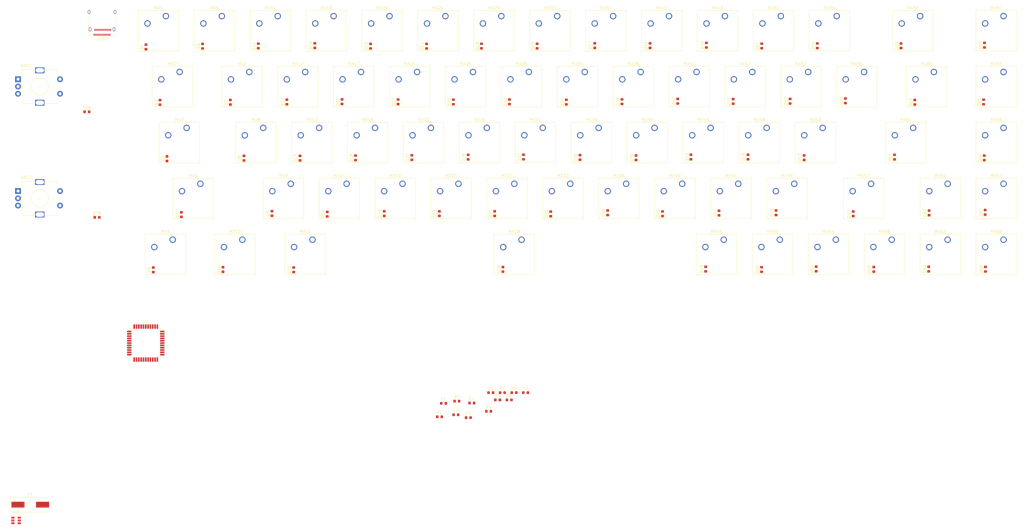
<source format=kicad_pcb>
(kicad_pcb (version 20171130) (host pcbnew "(5.1.0)-1")
  (layers (0 F.Cu signal) (31 B.Cu signal) (34 B.Paste user) (35 F.Paste user) (36 B.SilkS user) (37 F.SilkS user) (38 B.Mask user) (39 F.Mask user) (44 Edge.Cuts user))
  (net 0 "")
  (net 1 GND)
  (net 2 "Net-(C1-Pad1)")
  (net 3 "Net-(C2-Pad1)")
  (net 4 +5V)
  (net 5 "Net-(D1-Pad2)")
  (net 6 Row0)
  (net 7 "Net-(D2-Pad2)")
  (net 8 Row1)
  (net 9 "Net-(D3-Pad2)")
  (net 10 Row2)
  (net 11 "Net-(D4-Pad2)")
  (net 12 Row3)
  (net 13 "Net-(D5-Pad2)")
  (net 14 Row4)
  (net 15 "Net-(D6-Pad2)")
  (net 16 "Net-(D7-Pad2)")
  (net 17 "Net-(D8-Pad2)")
  (net 18 "Net-(D9-Pad2)")
  (net 19 "Net-(D10-Pad2)")
  (net 20 "Net-(D11-Pad2)")
  (net 21 "Net-(D12-Pad2)")
  (net 22 "Net-(D13-Pad2)")
  (net 23 "Net-(D14-Pad2)")
  (net 24 "Net-(D15-Pad2)")
  (net 25 "Net-(D16-Pad2)")
  (net 26 "Net-(D17-Pad2)")
  (net 27 "Net-(D18-Pad2)")
  (net 28 "Net-(D19-Pad2)")
  (net 29 "Net-(D20-Pad2)")
  (net 30 "Net-(D21-Pad2)")
  (net 31 "Net-(D22-Pad2)")
  (net 32 "Net-(D23-Pad2)")
  (net 33 "Net-(D24-Pad2)")
  (net 34 "Net-(D25-Pad2)")
  (net 35 "Net-(D26-Pad2)")
  (net 36 "Net-(D27-Pad2)")
  (net 37 "Net-(D28-Pad2)")
  (net 38 "Net-(D29-Pad2)")
  (net 39 "Net-(D30-Pad2)")
  (net 40 "Net-(D31-Pad2)")
  (net 41 "Net-(D32-Pad2)")
  (net 42 "Net-(D33-Pad2)")
  (net 43 "Net-(D34-Pad2)")
  (net 44 "Net-(D35-Pad2)")
  (net 45 "Net-(D36-Pad2)")
  (net 46 "Net-(D37-Pad2)")
  (net 47 "Net-(D38-Pad2)")
  (net 48 "Net-(D39-Pad2)")
  (net 49 "Net-(D40-Pad2)")
  (net 50 "Net-(D41-Pad2)")
  (net 51 "Net-(D42-Pad2)")
  (net 52 "Net-(D43-Pad2)")
  (net 53 "Net-(D44-Pad2)")
  (net 54 "Net-(D45-Pad2)")
  (net 55 "Net-(D46-Pad2)")
  (net 56 "Net-(D47-Pad2)")
  (net 57 "Net-(D48-Pad2)")
  (net 58 "Net-(D49-Pad2)")
  (net 59 "Net-(D50-Pad2)")
  (net 60 "Net-(D51-Pad2)")
  (net 61 "Net-(D52-Pad2)")
  (net 62 "Net-(D53-Pad2)")
  (net 63 "Net-(D54-Pad2)")
  (net 64 "Net-(D55-Pad2)")
  (net 65 "Net-(D56-Pad2)")
  (net 66 "Net-(D57-Pad2)")
  (net 67 "Net-(D58-Pad2)")
  (net 68 "Net-(D59-Pad2)")
  (net 69 "Net-(D60-Pad2)")
  (net 70 "Net-(D61-Pad2)")
  (net 71 "Net-(D62-Pad2)")
  (net 72 "Net-(D63-Pad2)")
  (net 73 "Net-(D64-Pad2)")
  (net 74 "Net-(D65-Pad2)")
  (net 75 "Net-(D66-Pad2)")
  (net 76 "Net-(D67-Pad2)")
  (net 77 "Net-(D68-Pad2)")
  (net 78 "Net-(D69-Pad2)")
  (net 79 "Net-(D70-Pad2)")
  (net 80 Enc1A)
  (net 81 Enc1B)
  (net 82 Col0)
  (net 83 Enc2A)
  (net 84 Enc2B)
  (net 85 "Net-(F1-Pad2)")
  (net 86 Col1)
  (net 87 Col2)
  (net 88 Col3)
  (net 89 Col4)
  (net 90 Col5)
  (net 91 Col6)
  (net 92 Col7)
  (net 93 Col8)
  (net 94 Col9)
  (net 95 Col10)
  (net 96 Col11)
  (net 97 Col12)
  (net 98 Col13)
  (net 99 Col14)
  (net 100 Col15)
  (net 101 Reset)
  (net 102 "Net-(R2-Pad2)")
  (net 103 "Net-(R3-Pad2)")
  (net 104 "Net-(R4-Pad2)")
  (net 105 D-)
  (net 106 "Net-(R5-Pad2)")
  (net 107 D+)
  (net 108 SDA)
  (net 109 "Net-(CON1-Pad1)")
  (net 110 SCL)
  (net 111 "Net-(CON1-Pad2)")
  (net 112 "Net-(U1-Pad44)")
  (net 113 "Net-(U1-Pad43)")
  (net 114 "Net-(U1-Pad42)")
  (net 115 "Net-(U1-Pad41)")
  (net 116 "Net-(U1-Pad40)")
  (net 117 "Net-(U1-Pad37)")
  (net 118 "Net-(U1-Pad36)")
  (net 119 "Net-(U1-Pad35)")
  (net 120 "Net-(U1-Pad34)")
  (net 121 "Net-(U1-Pad33)")
  (net 122 "Net-(U1-Pad32)")
  (net 123 "Net-(U1-Pad31)")
  (net 124 "Net-(U1-Pad30)")
  (net 125 "Net-(U1-Pad29)")
  (net 126 "Net-(U1-Pad26)")
  (net 127 "Net-(U1-Pad25)")
  (net 128 "Net-(U1-Pad24)")
  (net 129 "Net-(U1-Pad23)")
  (net 130 "Net-(U1-Pad22)")
  (net 131 "Net-(U1-Pad21)")
  (net 132 "Net-(U1-Pad16)")
  (net 133 "Net-(U1-Pad15)")
  (net 134 "Net-(U1-Pad14)")
  (net 135 boot)
  (net 136 "Net-(U1-Pad10)")
  (net 137 "Net-(U1-Pad9)")
  (net 138 SCK)
  (net 139 MISO)
  (net 140 MOSI)
  (net 141 "Net-(U2-Pad6)")
  (net 142 "Net-(U2-Pad4)")
  (net 143 "Net-(USB1-PadB8)")
  (net 144 "Net-(USB1-PadA8)")
  (module Crystal:Crystal_SMD_HC49-SD (layer F.Cu) (at 37.32 234.69)
    (fp_text reference Y1 (at 0 -3.55) (layer F.SilkS))
    (fp_text value 16MHz)
    (pad 2 smd rect (at 4.25 0) (size 4.5 2) (layers F.Cu F.Paste F.Mask) (net 3 "Net-(C2-Pad1)"))
    (pad 1 smd rect (at -4.25 0) (size 4.5 2) (layers F.Cu F.Paste F.Mask) (net 2 "Net-(C1-Pad1)"))
  )
  (module Connector_USB:USB_C_Receptacle_Amphenol_12401610E4-2A (layer F.Cu) (at 62.09 67.44 180)
    (fp_text reference USB1 (at 0 -6.36 180) (layer F.SilkS))
    (fp_text value USB_C_Receptacle_USB2.0)
    (pad B12 smd rect (at -3 -3.32 180) (size 0.3 0.7) (layers F.Cu F.Paste F.Mask) (net 1 GND))
    (pad B11 smd rect (at -2.5 -3.32 180) (size 0.3 0.7) (layers F.Cu F.Paste F.Mask))
    (pad B10 smd rect (at -2 -3.32 180) (size 0.3 0.7) (layers F.Cu F.Paste F.Mask))
    (pad B9 smd rect (at -1.5 -3.32 180) (size 0.3 0.7) (layers F.Cu F.Paste F.Mask) (net 85 "Net-(F1-Pad2)"))
    (pad B8 smd rect (at -1 -3.32 180) (size 0.3 0.7) (layers F.Cu F.Paste F.Mask) (net 143 "Net-(USB1-PadB8)"))
    (pad B7 smd rect (at -0.5 -3.32 180) (size 0.3 0.7) (layers F.Cu F.Paste F.Mask) (net 141 "Net-(U2-Pad6)"))
    (pad B6 smd rect (at 0 -3.32 180) (size 0.3 0.7) (layers F.Cu F.Paste F.Mask) (net 142 "Net-(U2-Pad4)"))
    (pad B5 smd rect (at 0.5 -3.32 180) (size 0.3 0.7) (layers F.Cu F.Paste F.Mask) (net 103 "Net-(R3-Pad2)"))
    (pad B4 smd rect (at 1 -3.32 180) (size 0.3 0.7) (layers F.Cu F.Paste F.Mask) (net 85 "Net-(F1-Pad2)"))
    (pad B3 smd rect (at 1.5 -3.32 180) (size 0.3 0.7) (layers F.Cu F.Paste F.Mask))
    (pad B2 smd rect (at 2 -3.32 180) (size 0.3 0.7) (layers F.Cu F.Paste F.Mask))
    (pad "" np_thru_hole circle (at -3.6 -4.36 180) (size 0.65 0.65) (drill 0.65) (layers *.Cu *.Mask))
    (pad "" np_thru_hole oval (at 3.6 -4.36 180) (size 0.95 0.65) (drill oval 0.95 0.65) (layers *.Cu *.Mask))
    (pad S1 thru_hole oval (at -4.49 2.84 180) (size 0.8 1.4) (drill oval 0.5 1.1) (layers *.Cu *.Mask) (net 1 GND))
    (pad S1 thru_hole oval (at 4.49 2.84 180) (size 0.8 1.4) (drill oval 0.5 1.1) (layers *.Cu *.Mask) (net 1 GND))
    (pad S1 thru_hole oval (at 4.13 -3.11 180) (size 0.8 1.4) (drill oval 0.5 1.1) (layers *.Cu *.Mask) (net 1 GND))
    (pad B1 smd rect (at 2.5 -3.32 180) (size 0.3 0.7) (layers F.Cu F.Paste F.Mask) (net 1 GND))
    (pad A11 smd rect (at 2.25 -5.02 180) (size 0.3 0.7) (layers F.Cu F.Paste F.Mask))
    (pad A8 smd rect (at 0.75 -5.02 180) (size 0.3 0.7) (layers F.Cu F.Paste F.Mask) (net 144 "Net-(USB1-PadA8)"))
    (pad A9 smd rect (at 1.25 -5.02 180) (size 0.3 0.7) (layers F.Cu F.Paste F.Mask) (net 85 "Net-(F1-Pad2)"))
    (pad A10 smd rect (at 1.75 -5.02 180) (size 0.3 0.7) (layers F.Cu F.Paste F.Mask))
    (pad A12 smd rect (at 2.75 -5.02 180) (size 0.3 0.7) (layers F.Cu F.Paste F.Mask) (net 1 GND))
    (pad A7 smd rect (at 0.25 -5.02 180) (size 0.3 0.7) (layers F.Cu F.Paste F.Mask) (net 141 "Net-(U2-Pad6)"))
    (pad A6 smd rect (at -0.25 -5.02 180) (size 0.3 0.7) (layers F.Cu F.Paste F.Mask) (net 142 "Net-(U2-Pad4)"))
    (pad A5 smd rect (at -0.75 -5.02 180) (size 0.3 0.7) (layers F.Cu F.Paste F.Mask) (net 102 "Net-(R2-Pad2)"))
    (pad A4 smd rect (at -1.25 -5.02 180) (size 0.3 0.7) (layers F.Cu F.Paste F.Mask) (net 85 "Net-(F1-Pad2)"))
    (pad A3 smd rect (at -1.75 -5.02 180) (size 0.3 0.7) (layers F.Cu F.Paste F.Mask))
    (pad A2 smd rect (at -2.25 -5.02 180) (size 0.3 0.7) (layers F.Cu F.Paste F.Mask))
    (pad A1 smd rect (at -2.75 -5.02 180) (size 0.3 0.7) (layers F.Cu F.Paste F.Mask) (net 1 GND))
    (pad S1 thru_hole oval (at -4.13 -3.11 180) (size 0.8 1.4) (drill oval 0.5 1.1) (layers *.Cu *.Mask) (net 1 GND))
  )
  (module Package_TO_SOT_SMD:SOT-23-6 (layer F.Cu) (at 32.42 240.14)
    (fp_text reference U2 (at 0 -2.9) (layer F.SilkS))
    (fp_text value USBLC6-2SC6)
    (pad 5 smd rect (at 1.1 0) (size 1.06 0.65) (layers F.Cu F.Paste F.Mask) (net 4 +5V))
    (pad 6 smd rect (at 1.1 -0.95) (size 1.06 0.65) (layers F.Cu F.Paste F.Mask) (net 141 "Net-(U2-Pad6)"))
    (pad 4 smd rect (at 1.1 0.95) (size 1.06 0.65) (layers F.Cu F.Paste F.Mask) (net 142 "Net-(U2-Pad4)"))
    (pad 3 smd rect (at -1.1 0.95) (size 1.06 0.65) (layers F.Cu F.Paste F.Mask) (net 106 "Net-(R5-Pad2)"))
    (pad 2 smd rect (at -1.1 0) (size 1.06 0.65) (layers F.Cu F.Paste F.Mask) (net 1 GND))
    (pad 1 smd rect (at -1.1 -0.95) (size 1.06 0.65) (layers F.Cu F.Paste F.Mask) (net 104 "Net-(R4-Pad2)"))
  )
  (module Package_QFP:TQFP-44_10x10mm_P0.8mm (layer F.Cu) (at 77.2 178.9)
    (fp_text reference U1 (at 0 -7.45) (layer F.SilkS))
    (fp_text value ATmega32A-AU)
    (pad 44 smd rect (at -4 -5.7 90) (size 1.5 0.55) (layers F.Cu F.Paste F.Mask) (net 112 "Net-(U1-Pad44)"))
    (pad 43 smd rect (at -3.2 -5.7 90) (size 1.5 0.55) (layers F.Cu F.Paste F.Mask) (net 113 "Net-(U1-Pad43)"))
    (pad 42 smd rect (at -2.4 -5.7 90) (size 1.5 0.55) (layers F.Cu F.Paste F.Mask) (net 114 "Net-(U1-Pad42)"))
    (pad 41 smd rect (at -1.6 -5.7 90) (size 1.5 0.55) (layers F.Cu F.Paste F.Mask) (net 115 "Net-(U1-Pad41)"))
    (pad 40 smd rect (at -0.8 -5.7 90) (size 1.5 0.55) (layers F.Cu F.Paste F.Mask) (net 116 "Net-(U1-Pad40)"))
    (pad 39 smd rect (at 0 -5.7 90) (size 1.5 0.55) (layers F.Cu F.Paste F.Mask) (net 1 GND))
    (pad 38 smd rect (at 0.8 -5.7 90) (size 1.5 0.55) (layers F.Cu F.Paste F.Mask) (net 4 +5V))
    (pad 37 smd rect (at 1.6 -5.7 90) (size 1.5 0.55) (layers F.Cu F.Paste F.Mask) (net 117 "Net-(U1-Pad37)"))
    (pad 36 smd rect (at 2.4 -5.7 90) (size 1.5 0.55) (layers F.Cu F.Paste F.Mask) (net 118 "Net-(U1-Pad36)"))
    (pad 35 smd rect (at 3.2 -5.7 90) (size 1.5 0.55) (layers F.Cu F.Paste F.Mask) (net 119 "Net-(U1-Pad35)"))
    (pad 34 smd rect (at 4 -5.7 90) (size 1.5 0.55) (layers F.Cu F.Paste F.Mask) (net 120 "Net-(U1-Pad34)"))
    (pad 33 smd rect (at 5.7 -4) (size 1.5 0.55) (layers F.Cu F.Paste F.Mask) (net 121 "Net-(U1-Pad33)"))
    (pad 32 smd rect (at 5.7 -3.2) (size 1.5 0.55) (layers F.Cu F.Paste F.Mask) (net 122 "Net-(U1-Pad32)"))
    (pad 31 smd rect (at 5.7 -2.4) (size 1.5 0.55) (layers F.Cu F.Paste F.Mask) (net 123 "Net-(U1-Pad31)"))
    (pad 30 smd rect (at 5.7 -1.6) (size 1.5 0.55) (layers F.Cu F.Paste F.Mask) (net 124 "Net-(U1-Pad30)"))
    (pad 29 smd rect (at 5.7 -0.8) (size 1.5 0.55) (layers F.Cu F.Paste F.Mask) (net 125 "Net-(U1-Pad29)"))
    (pad 28 smd rect (at 5.7 0) (size 1.5 0.55) (layers F.Cu F.Paste F.Mask) (net 1 GND))
    (pad 27 smd rect (at 5.7 0.8) (size 1.5 0.55) (layers F.Cu F.Paste F.Mask) (net 4 +5V))
    (pad 26 smd rect (at 5.7 1.6) (size 1.5 0.55) (layers F.Cu F.Paste F.Mask) (net 126 "Net-(U1-Pad26)"))
    (pad 25 smd rect (at 5.7 2.4) (size 1.5 0.55) (layers F.Cu F.Paste F.Mask) (net 127 "Net-(U1-Pad25)"))
    (pad 24 smd rect (at 5.7 3.2) (size 1.5 0.55) (layers F.Cu F.Paste F.Mask) (net 128 "Net-(U1-Pad24)"))
    (pad 23 smd rect (at 5.7 4) (size 1.5 0.55) (layers F.Cu F.Paste F.Mask) (net 129 "Net-(U1-Pad23)"))
    (pad 22 smd rect (at 4 5.7 90) (size 1.5 0.55) (layers F.Cu F.Paste F.Mask) (net 130 "Net-(U1-Pad22)"))
    (pad 21 smd rect (at 3.2 5.7 90) (size 1.5 0.55) (layers F.Cu F.Paste F.Mask) (net 131 "Net-(U1-Pad21)"))
    (pad 20 smd rect (at 2.4 5.7 90) (size 1.5 0.55) (layers F.Cu F.Paste F.Mask) (net 108 SDA))
    (pad 19 smd rect (at 1.6 5.7 90) (size 1.5 0.55) (layers F.Cu F.Paste F.Mask) (net 110 SCL))
    (pad 18 smd rect (at 0.8 5.7 90) (size 1.5 0.55) (layers F.Cu F.Paste F.Mask) (net 1 GND))
    (pad 17 smd rect (at 0 5.7 90) (size 1.5 0.55) (layers F.Cu F.Paste F.Mask) (net 4 +5V))
    (pad 16 smd rect (at -0.8 5.7 90) (size 1.5 0.55) (layers F.Cu F.Paste F.Mask) (net 132 "Net-(U1-Pad16)"))
    (pad 15 smd rect (at -1.6 5.7 90) (size 1.5 0.55) (layers F.Cu F.Paste F.Mask) (net 133 "Net-(U1-Pad15)"))
    (pad 14 smd rect (at -2.4 5.7 90) (size 1.5 0.55) (layers F.Cu F.Paste F.Mask) (net 134 "Net-(U1-Pad14)"))
    (pad 13 smd rect (at -3.2 5.7 90) (size 1.5 0.55) (layers F.Cu F.Paste F.Mask) (net 135 boot))
    (pad 12 smd rect (at -4 5.7 90) (size 1.5 0.55) (layers F.Cu F.Paste F.Mask) (net 105 D-))
    (pad 11 smd rect (at -5.7 4) (size 1.5 0.55) (layers F.Cu F.Paste F.Mask) (net 107 D+))
    (pad 10 smd rect (at -5.7 3.2) (size 1.5 0.55) (layers F.Cu F.Paste F.Mask) (net 136 "Net-(U1-Pad10)"))
    (pad 9 smd rect (at -5.7 2.4) (size 1.5 0.55) (layers F.Cu F.Paste F.Mask) (net 137 "Net-(U1-Pad9)"))
    (pad 8 smd rect (at -5.7 1.6) (size 1.5 0.55) (layers F.Cu F.Paste F.Mask) (net 2 "Net-(C1-Pad1)"))
    (pad 7 smd rect (at -5.7 0.8) (size 1.5 0.55) (layers F.Cu F.Paste F.Mask) (net 3 "Net-(C2-Pad1)"))
    (pad 6 smd rect (at -5.7 0) (size 1.5 0.55) (layers F.Cu F.Paste F.Mask) (net 1 GND))
    (pad 5 smd rect (at -5.7 -0.8) (size 1.5 0.55) (layers F.Cu F.Paste F.Mask) (net 4 +5V))
    (pad 4 smd rect (at -5.7 -1.6) (size 1.5 0.55) (layers F.Cu F.Paste F.Mask) (net 101 Reset))
    (pad 3 smd rect (at -5.7 -2.4) (size 1.5 0.55) (layers F.Cu F.Paste F.Mask) (net 138 SCK))
    (pad 2 smd rect (at -5.7 -3.2) (size 1.5 0.55) (layers F.Cu F.Paste F.Mask) (net 139 MISO))
    (pad 1 smd rect (at -5.7 -4) (size 1.5 0.55) (layers F.Cu F.Paste F.Mask) (net 140 MOSI))
  )
  (module Resistor_SMD:R_0603_1608Metric (layer F.Cu) (at 184.6 198.95)
    (fp_text reference R7 (at 0 -1.43) (layer F.SilkS))
    (fp_text value 4.7k)
    (pad 2 smd roundrect (at 0.7875 0) (size 0.875 0.95) (layers F.Cu F.Paste F.Mask) (net 110 SCL))
    (pad 1 smd roundrect (at -0.7875 0) (size 0.875 0.95) (layers F.Cu F.Paste F.Mask) (net 111 "Net-(CON1-Pad2)"))
  )
  (module Resistor_SMD:R_0603_1608Metric (layer F.Cu) (at 202.67 198.53)
    (fp_text reference R6 (at 0 -1.43) (layer F.SilkS))
    (fp_text value 4.7k)
    (pad 2 smd roundrect (at 0.7875 0) (size 0.875 0.95) (layers F.Cu F.Paste F.Mask) (net 108 SDA))
    (pad 1 smd roundrect (at -0.7875 0) (size 0.875 0.95) (layers F.Cu F.Paste F.Mask) (net 109 "Net-(CON1-Pad1)"))
  )
  (module Resistor_SMD:R_0603_1608Metric (layer F.Cu) (at 198.66 198.53)
    (fp_text reference R5 (at 0 -1.43) (layer F.SilkS))
    (fp_text value 22)
    (pad 2 smd roundrect (at 0.7875 0) (size 0.875 0.95) (layers F.Cu F.Paste F.Mask) (net 106 "Net-(R5-Pad2)"))
    (pad 1 smd roundrect (at -0.7875 0) (size 0.875 0.95) (layers F.Cu F.Paste F.Mask) (net 107 D+))
  )
  (module Resistor_SMD:R_0603_1608Metric (layer F.Cu) (at 195.5625 202.45)
    (fp_text reference R4 (at 0 -1.43) (layer F.SilkS))
    (fp_text value 22)
    (pad 2 smd roundrect (at 0.7875 0) (size 0.875 0.95) (layers F.Cu F.Paste F.Mask) (net 104 "Net-(R4-Pad2)"))
    (pad 1 smd roundrect (at -0.7875 0) (size 0.875 0.95) (layers F.Cu F.Paste F.Mask) (net 105 D-))
  )
  (module Resistor_SMD:R_0603_1608Metric (layer F.Cu) (at 204.33 196.02)
    (fp_text reference R3 (at 0 -1.43) (layer F.SilkS))
    (fp_text value 5.1k)
    (pad 2 smd roundrect (at 0.7875 0) (size 0.875 0.95) (layers F.Cu F.Paste F.Mask) (net 103 "Net-(R3-Pad2)"))
    (pad 1 smd roundrect (at -0.7875 0) (size 0.875 0.95) (layers F.Cu F.Paste F.Mask) (net 1 GND))
  )
  (module Resistor_SMD:R_0603_1608Metric (layer F.Cu) (at 196.31 196.02)
    (fp_text reference R2 (at 0 -1.43) (layer F.SilkS))
    (fp_text value 5.1k)
    (pad 2 smd roundrect (at 0.7875 0) (size 0.875 0.95) (layers F.Cu F.Paste F.Mask) (net 102 "Net-(R2-Pad2)"))
    (pad 1 smd roundrect (at -0.7875 0) (size 0.875 0.95) (layers F.Cu F.Paste F.Mask) (net 1 GND))
  )
  (module Resistor_SMD:R_0603_1608Metric (layer F.Cu) (at 200.32 196.02)
    (fp_text reference R1 (at 0 -1.43) (layer F.SilkS))
    (fp_text value 10k)
    (pad 2 smd roundrect (at 0.7875 0) (size 0.875 0.95) (layers F.Cu F.Paste F.Mask) (net 101 Reset))
    (pad 1 smd roundrect (at -0.7875 0) (size 0.875 0.95) (layers F.Cu F.Paste F.Mask) (net 4 +5V))
  )
  (module Button_Switch_Keyboard:SW_Cherry_MX_1.00u_Plate (layer F.Cu) (at 373.35 143.22)
    (fp_text reference MX68 (at -2.54 -2.794) (layer F.SilkS))
    (fp_text value MX-NoLED)
    (pad "" np_thru_hole circle (at -2.54 5.08) (size 4 4) (drill 4) (layers *.Cu *.Mask))
    (pad 2 thru_hole circle (at -6.35 2.54) (size 2.2 2.2) (drill 1.5) (layers *.Cu *.Mask) (net 77 "Net-(D68-Pad2)"))
    (pad 1 thru_hole circle (at 0 0) (size 2.2 2.2) (drill 1.5) (layers *.Cu *.Mask) (net 100 Col15))
  )
  (module Button_Switch_Keyboard:SW_Cherry_MX_1.00u_Plate (layer F.Cu) (at 373.35 123.91)
    (fp_text reference MX67 (at -2.54 -2.794) (layer F.SilkS))
    (fp_text value MX-NoLED)
    (pad "" np_thru_hole circle (at -2.54 5.08) (size 4 4) (drill 4) (layers *.Cu *.Mask))
    (pad 2 thru_hole circle (at -6.35 2.54) (size 2.2 2.2) (drill 1.5) (layers *.Cu *.Mask) (net 76 "Net-(D67-Pad2)"))
    (pad 1 thru_hole circle (at 0 0) (size 2.2 2.2) (drill 1.5) (layers *.Cu *.Mask) (net 100 Col15))
  )
  (module Button_Switch_Keyboard:SW_Cherry_MX_1.00u_Plate (layer F.Cu) (at 373.35 104.61)
    (fp_text reference MX66 (at -2.54 -2.794) (layer F.SilkS))
    (fp_text value MX-NoLED)
    (pad "" np_thru_hole circle (at -2.54 5.08) (size 4 4) (drill 4) (layers *.Cu *.Mask))
    (pad 2 thru_hole circle (at -6.35 2.54) (size 2.2 2.2) (drill 1.5) (layers *.Cu *.Mask) (net 75 "Net-(D66-Pad2)"))
    (pad 1 thru_hole circle (at 0 0) (size 2.2 2.2) (drill 1.5) (layers *.Cu *.Mask) (net 100 Col15))
  )
  (module Button_Switch_Keyboard:SW_Cherry_MX_1.00u_Plate (layer F.Cu) (at 373.35 85.31)
    (fp_text reference MX65 (at -2.54 -2.794) (layer F.SilkS))
    (fp_text value MX-NoLED)
    (pad "" np_thru_hole circle (at -2.54 5.08) (size 4 4) (drill 4) (layers *.Cu *.Mask))
    (pad 2 thru_hole circle (at -6.35 2.54) (size 2.2 2.2) (drill 1.5) (layers *.Cu *.Mask) (net 74 "Net-(D65-Pad2)"))
    (pad 1 thru_hole circle (at 0 0) (size 2.2 2.2) (drill 1.5) (layers *.Cu *.Mask) (net 100 Col15))
  )
  (module Button_Switch_Keyboard:SW_Cherry_MX_1.00u_Plate (layer F.Cu) (at 373.35 66)
    (fp_text reference MX64 (at -2.54 -2.794) (layer F.SilkS))
    (fp_text value MX-NoLED)
    (pad "" np_thru_hole circle (at -2.54 5.08) (size 4 4) (drill 4) (layers *.Cu *.Mask))
    (pad 2 thru_hole circle (at -6.35 2.54) (size 2.2 2.2) (drill 1.5) (layers *.Cu *.Mask) (net 73 "Net-(D64-Pad2)"))
    (pad 1 thru_hole circle (at 0 0) (size 2.2 2.2) (drill 1.5) (layers *.Cu *.Mask) (net 100 Col15))
  )
  (module Button_Switch_Keyboard:SW_Cherry_MX_1.00u_Plate (layer F.Cu) (at 354.04 143.22)
    (fp_text reference MX63 (at -2.54 -2.794) (layer F.SilkS))
    (fp_text value MX-NoLED)
    (pad "" np_thru_hole circle (at -2.54 5.08) (size 4 4) (drill 4) (layers *.Cu *.Mask))
    (pad 2 thru_hole circle (at -6.35 2.54) (size 2.2 2.2) (drill 1.5) (layers *.Cu *.Mask) (net 72 "Net-(D63-Pad2)"))
    (pad 1 thru_hole circle (at 0 0) (size 2.2 2.2) (drill 1.5) (layers *.Cu *.Mask) (net 99 Col14))
  )
  (module Button_Switch_Keyboard:SW_Cherry_MX_1.00u_Plate (layer F.Cu) (at 354.05 123.91)
    (fp_text reference MX62 (at -2.54 -2.794) (layer F.SilkS))
    (fp_text value MX-NoLED)
    (pad "" np_thru_hole circle (at -2.54 5.08) (size 4 4) (drill 4) (layers *.Cu *.Mask))
    (pad 2 thru_hole circle (at -6.35 2.54) (size 2.2 2.2) (drill 1.5) (layers *.Cu *.Mask) (net 71 "Net-(D62-Pad2)"))
    (pad 1 thru_hole circle (at 0 0) (size 2.2 2.2) (drill 1.5) (layers *.Cu *.Mask) (net 99 Col14))
  )
  (module Button_Switch_Keyboard:SW_Cherry_MX_2.25u_Plate (layer F.Cu) (at 342.15 104.61)
    (fp_text reference MX61 (at -2.54 -2.794) (layer F.SilkS))
    (fp_text value MX-NoLED)
    (pad "" np_thru_hole circle (at -2.54 5.08) (size 4 4) (drill 4) (layers *.Cu *.Mask))
    (pad 2 thru_hole circle (at -6.35 2.54) (size 2.2 2.2) (drill 1.5) (layers *.Cu *.Mask) (net 70 "Net-(D61-Pad2)"))
    (pad 1 thru_hole circle (at 0 0) (size 2.2 2.2) (drill 1.5) (layers *.Cu *.Mask) (net 99 Col14))
  )
  (module Button_Switch_Keyboard:SW_Cherry_MX_1.50u_Plate (layer F.Cu) (at 349.3 85.31)
    (fp_text reference MX60 (at -2.54 -2.794) (layer F.SilkS))
    (fp_text value MX-NoLED)
    (pad "" np_thru_hole circle (at -2.54 5.08) (size 4 4) (drill 4) (layers *.Cu *.Mask))
    (pad 2 thru_hole circle (at -6.35 2.54) (size 2.2 2.2) (drill 1.5) (layers *.Cu *.Mask) (net 69 "Net-(D60-Pad2)"))
    (pad 1 thru_hole circle (at 0 0) (size 2.2 2.2) (drill 1.5) (layers *.Cu *.Mask) (net 99 Col14))
  )
  (module Button_Switch_Keyboard:SW_Cherry_MX_2.00u_Plate (layer F.Cu) (at 344.55 66.01)
    (fp_text reference MX59 (at -2.54 -2.794) (layer F.SilkS))
    (fp_text value MX-NoLED)
    (pad "" np_thru_hole circle (at -2.54 5.08) (size 4 4) (drill 4) (layers *.Cu *.Mask))
    (pad 2 thru_hole circle (at -6.35 2.54) (size 2.2 2.2) (drill 1.5) (layers *.Cu *.Mask) (net 68 "Net-(D59-Pad2)"))
    (pad 1 thru_hole circle (at 0 0) (size 2.2 2.2) (drill 1.5) (layers *.Cu *.Mask) (net 99 Col14))
  )
  (module Button_Switch_Keyboard:SW_Cherry_MX_1.00u_Plate (layer F.Cu) (at 334.75 143.2)
    (fp_text reference MX58 (at -2.54 -2.794) (layer F.SilkS))
    (fp_text value MX-NoLED)
    (pad "" np_thru_hole circle (at -2.54 5.08) (size 4 4) (drill 4) (layers *.Cu *.Mask))
    (pad 2 thru_hole circle (at -6.35 2.54) (size 2.2 2.2) (drill 1.5) (layers *.Cu *.Mask) (net 67 "Net-(D58-Pad2)"))
    (pad 1 thru_hole circle (at 0 0) (size 2.2 2.2) (drill 1.5) (layers *.Cu *.Mask) (net 98 Col13))
  )
  (module Button_Switch_Keyboard:SW_Cherry_MX_1.75u_Plate (layer F.Cu) (at 327.6 123.91)
    (fp_text reference MX57 (at -2.54 -2.794) (layer F.SilkS))
    (fp_text value MX-NoLED)
    (pad "" np_thru_hole circle (at -2.54 5.08) (size 4 4) (drill 4) (layers *.Cu *.Mask))
    (pad 2 thru_hole circle (at -6.35 2.54) (size 2.2 2.2) (drill 1.5) (layers *.Cu *.Mask) (net 66 "Net-(D57-Pad2)"))
    (pad 1 thru_hole circle (at 0 0) (size 2.2 2.2) (drill 1.5) (layers *.Cu *.Mask) (net 98 Col13))
  )
  (module Button_Switch_Keyboard:SW_Cherry_MX_1.00u_Plate (layer F.Cu) (at 325.2 85.31)
    (fp_text reference MX56 (at -2.54 -2.794) (layer F.SilkS))
    (fp_text value MX-NoLED)
    (pad "" np_thru_hole circle (at -2.54 5.08) (size 4 4) (drill 4) (layers *.Cu *.Mask))
    (pad 2 thru_hole circle (at -6.35 2.54) (size 2.2 2.2) (drill 1.5) (layers *.Cu *.Mask) (net 65 "Net-(D56-Pad2)"))
    (pad 1 thru_hole circle (at 0 0) (size 2.2 2.2) (drill 1.5) (layers *.Cu *.Mask) (net 98 Col13))
  )
  (module Button_Switch_Keyboard:SW_Cherry_MX_1.00u_Plate (layer F.Cu) (at 315.75 66)
    (fp_text reference MX55 (at -2.54 -2.794) (layer F.SilkS))
    (fp_text value MX-NoLED)
    (pad "" np_thru_hole circle (at -2.54 5.08) (size 4 4) (drill 4) (layers *.Cu *.Mask))
    (pad 2 thru_hole circle (at -6.35 2.54) (size 2.2 2.2) (drill 1.5) (layers *.Cu *.Mask) (net 64 "Net-(D55-Pad2)"))
    (pad 1 thru_hole circle (at 0 0) (size 2.2 2.2) (drill 1.5) (layers *.Cu *.Mask) (net 98 Col13))
  )
  (module Button_Switch_Keyboard:SW_Cherry_MX_1.00u_Plate (layer F.Cu) (at 315.45 143.2)
    (fp_text reference MX54 (at -2.54 -2.794) (layer F.SilkS))
    (fp_text value MX-NoLED)
    (pad "" np_thru_hole circle (at -2.54 5.08) (size 4 4) (drill 4) (layers *.Cu *.Mask))
    (pad 2 thru_hole circle (at -6.35 2.54) (size 2.2 2.2) (drill 1.5) (layers *.Cu *.Mask) (net 63 "Net-(D54-Pad2)"))
    (pad 1 thru_hole circle (at 0 0) (size 2.2 2.2) (drill 1.5) (layers *.Cu *.Mask) (net 97 Col12))
  )
  (module Button_Switch_Keyboard:SW_Cherry_MX_1.00u_Plate (layer F.Cu) (at 310.9 104.61)
    (fp_text reference MX53 (at -2.54 -2.794) (layer F.SilkS))
    (fp_text value MX-NoLED)
    (pad "" np_thru_hole circle (at -2.54 5.08) (size 4 4) (drill 4) (layers *.Cu *.Mask))
    (pad 2 thru_hole circle (at -6.35 2.54) (size 2.2 2.2) (drill 1.5) (layers *.Cu *.Mask) (net 62 "Net-(D53-Pad2)"))
    (pad 1 thru_hole circle (at 0 0) (size 2.2 2.2) (drill 1.5) (layers *.Cu *.Mask) (net 97 Col12))
  )
  (module Button_Switch_Keyboard:SW_Cherry_MX_1.00u_Plate (layer F.Cu) (at 305.9 85.31)
    (fp_text reference MX52 (at -2.54 -2.794) (layer F.SilkS))
    (fp_text value MX-NoLED)
    (pad "" np_thru_hole circle (at -2.54 5.08) (size 4 4) (drill 4) (layers *.Cu *.Mask))
    (pad 2 thru_hole circle (at -6.35 2.54) (size 2.2 2.2) (drill 1.5) (layers *.Cu *.Mask) (net 61 "Net-(D52-Pad2)"))
    (pad 1 thru_hole circle (at 0 0) (size 2.2 2.2) (drill 1.5) (layers *.Cu *.Mask) (net 97 Col12))
  )
  (module Button_Switch_Keyboard:SW_Cherry_MX_1.00u_Plate (layer F.Cu) (at 296.45 66)
    (fp_text reference MX51 (at -2.54 -2.794) (layer F.SilkS))
    (fp_text value MX-NoLED)
    (pad "" np_thru_hole circle (at -2.54 5.08) (size 4 4) (drill 4) (layers *.Cu *.Mask))
    (pad 2 thru_hole circle (at -6.35 2.54) (size 2.2 2.2) (drill 1.5) (layers *.Cu *.Mask) (net 60 "Net-(D51-Pad2)"))
    (pad 1 thru_hole circle (at 0 0) (size 2.2 2.2) (drill 1.5) (layers *.Cu *.Mask) (net 97 Col12))
  )
  (module Button_Switch_Keyboard:SW_Cherry_MX_1.00u_Plate (layer F.Cu) (at 296.1 143.21)
    (fp_text reference MX50 (at -2.54 -2.794) (layer F.SilkS))
    (fp_text value MX-NoLED)
    (pad "" np_thru_hole circle (at -2.54 5.08) (size 4 4) (drill 4) (layers *.Cu *.Mask))
    (pad 2 thru_hole circle (at -6.35 2.54) (size 2.2 2.2) (drill 1.5) (layers *.Cu *.Mask) (net 59 "Net-(D50-Pad2)"))
    (pad 1 thru_hole circle (at 0 0) (size 2.2 2.2) (drill 1.5) (layers *.Cu *.Mask) (net 96 Col11))
  )
  (module Button_Switch_Keyboard:SW_Cherry_MX_1.00u_Plate (layer F.Cu) (at 301.1 123.91)
    (fp_text reference MX49 (at -2.54 -2.794) (layer F.SilkS))
    (fp_text value MX-NoLED)
    (pad "" np_thru_hole circle (at -2.54 5.08) (size 4 4) (drill 4) (layers *.Cu *.Mask))
    (pad 2 thru_hole circle (at -6.35 2.54) (size 2.2 2.2) (drill 1.5) (layers *.Cu *.Mask) (net 58 "Net-(D49-Pad2)"))
    (pad 1 thru_hole circle (at 0 0) (size 2.2 2.2) (drill 1.5) (layers *.Cu *.Mask) (net 96 Col11))
  )
  (module Button_Switch_Keyboard:SW_Cherry_MX_1.00u_Plate (layer F.Cu) (at 291.55 104.61)
    (fp_text reference MX48 (at -2.54 -2.794) (layer F.SilkS))
    (fp_text value MX-NoLED)
    (pad "" np_thru_hole circle (at -2.54 5.08) (size 4 4) (drill 4) (layers *.Cu *.Mask))
    (pad 2 thru_hole circle (at -6.35 2.54) (size 2.2 2.2) (drill 1.5) (layers *.Cu *.Mask) (net 57 "Net-(D48-Pad2)"))
    (pad 1 thru_hole circle (at 0 0) (size 2.2 2.2) (drill 1.5) (layers *.Cu *.Mask) (net 96 Col11))
  )
  (module Button_Switch_Keyboard:SW_Cherry_MX_1.00u_Plate (layer F.Cu) (at 286.6 85.31)
    (fp_text reference MX47 (at -2.54 -2.794) (layer F.SilkS))
    (fp_text value MX-NoLED)
    (pad "" np_thru_hole circle (at -2.54 5.08) (size 4 4) (drill 4) (layers *.Cu *.Mask))
    (pad 2 thru_hole circle (at -6.35 2.54) (size 2.2 2.2) (drill 1.5) (layers *.Cu *.Mask) (net 56 "Net-(D47-Pad2)"))
    (pad 1 thru_hole circle (at 0 0) (size 2.2 2.2) (drill 1.5) (layers *.Cu *.Mask) (net 96 Col11))
  )
  (module Button_Switch_Keyboard:SW_Cherry_MX_1.00u_Plate (layer F.Cu) (at 277.15 66.01)
    (fp_text reference MX46 (at -2.54 -2.794) (layer F.SilkS))
    (fp_text value MX-NoLED)
    (pad "" np_thru_hole circle (at -2.54 5.08) (size 4 4) (drill 4) (layers *.Cu *.Mask))
    (pad 2 thru_hole circle (at -6.35 2.54) (size 2.2 2.2) (drill 1.5) (layers *.Cu *.Mask) (net 55 "Net-(D46-Pad2)"))
    (pad 1 thru_hole circle (at 0 0) (size 2.2 2.2) (drill 1.5) (layers *.Cu *.Mask) (net 96 Col11))
  )
  (module Button_Switch_Keyboard:SW_Cherry_MX_1.00u_Plate (layer F.Cu) (at 276.75 143.21)
    (fp_text reference MX45 (at -2.54 -2.794) (layer F.SilkS))
    (fp_text value MX-NoLED)
    (pad "" np_thru_hole circle (at -2.54 5.08) (size 4 4) (drill 4) (layers *.Cu *.Mask))
    (pad 2 thru_hole circle (at -6.35 2.54) (size 2.2 2.2) (drill 1.5) (layers *.Cu *.Mask) (net 54 "Net-(D45-Pad2)"))
    (pad 1 thru_hole circle (at 0 0) (size 2.2 2.2) (drill 1.5) (layers *.Cu *.Mask) (net 95 Col10))
  )
  (module Button_Switch_Keyboard:SW_Cherry_MX_1.00u_Plate (layer F.Cu) (at 281.75 123.91)
    (fp_text reference MX44 (at -2.54 -2.794) (layer F.SilkS))
    (fp_text value MX-NoLED)
    (pad "" np_thru_hole circle (at -2.54 5.08) (size 4 4) (drill 4) (layers *.Cu *.Mask))
    (pad 2 thru_hole circle (at -6.35 2.54) (size 2.2 2.2) (drill 1.5) (layers *.Cu *.Mask) (net 53 "Net-(D44-Pad2)"))
    (pad 1 thru_hole circle (at 0 0) (size 2.2 2.2) (drill 1.5) (layers *.Cu *.Mask) (net 95 Col10))
  )
  (module Button_Switch_Keyboard:SW_Cherry_MX_1.00u_Plate (layer F.Cu) (at 272.2 104.61)
    (fp_text reference MX43 (at -2.54 -2.794) (layer F.SilkS))
    (fp_text value MX-NoLED)
    (pad "" np_thru_hole circle (at -2.54 5.08) (size 4 4) (drill 4) (layers *.Cu *.Mask))
    (pad 2 thru_hole circle (at -6.35 2.54) (size 2.2 2.2) (drill 1.5) (layers *.Cu *.Mask) (net 52 "Net-(D43-Pad2)"))
    (pad 1 thru_hole circle (at 0 0) (size 2.2 2.2) (drill 1.5) (layers *.Cu *.Mask) (net 95 Col10))
  )
  (module Button_Switch_Keyboard:SW_Cherry_MX_1.00u_Plate (layer F.Cu) (at 267.35 85.3)
    (fp_text reference MX42 (at -2.54 -2.794) (layer F.SilkS))
    (fp_text value MX-NoLED)
    (pad "" np_thru_hole circle (at -2.54 5.08) (size 4 4) (drill 4) (layers *.Cu *.Mask))
    (pad 2 thru_hole circle (at -6.35 2.54) (size 2.2 2.2) (drill 1.5) (layers *.Cu *.Mask) (net 51 "Net-(D42-Pad2)"))
    (pad 1 thru_hole circle (at 0 0) (size 2.2 2.2) (drill 1.5) (layers *.Cu *.Mask) (net 95 Col10))
  )
  (module Button_Switch_Keyboard:SW_Cherry_MX_1.00u_Plate (layer F.Cu) (at 257.85 66.01)
    (fp_text reference MX41 (at -2.54 -2.794) (layer F.SilkS))
    (fp_text value MX-NoLED)
    (pad "" np_thru_hole circle (at -2.54 5.08) (size 4 4) (drill 4) (layers *.Cu *.Mask))
    (pad 2 thru_hole circle (at -6.35 2.54) (size 2.2 2.2) (drill 1.5) (layers *.Cu *.Mask) (net 50 "Net-(D41-Pad2)"))
    (pad 1 thru_hole circle (at 0 0) (size 2.2 2.2) (drill 1.5) (layers *.Cu *.Mask) (net 95 Col10))
  )
  (module Button_Switch_Keyboard:SW_Cherry_MX_1.00u_Plate (layer F.Cu) (at 262.4 123.91)
    (fp_text reference MX40 (at -2.54 -2.794) (layer F.SilkS))
    (fp_text value MX-NoLED)
    (pad "" np_thru_hole circle (at -2.54 5.08) (size 4 4) (drill 4) (layers *.Cu *.Mask))
    (pad 2 thru_hole circle (at -6.35 2.54) (size 2.2 2.2) (drill 1.5) (layers *.Cu *.Mask) (net 49 "Net-(D40-Pad2)"))
    (pad 1 thru_hole circle (at 0 0) (size 2.2 2.2) (drill 1.5) (layers *.Cu *.Mask) (net 94 Col9))
  )
  (module Button_Switch_Keyboard:SW_Cherry_MX_1.00u_Plate (layer F.Cu) (at 252.85 104.61)
    (fp_text reference MX39 (at -2.54 -2.794) (layer F.SilkS))
    (fp_text value MX-NoLED)
    (pad "" np_thru_hole circle (at -2.54 5.08) (size 4 4) (drill 4) (layers *.Cu *.Mask))
    (pad 2 thru_hole circle (at -6.35 2.54) (size 2.2 2.2) (drill 1.5) (layers *.Cu *.Mask) (net 48 "Net-(D39-Pad2)"))
    (pad 1 thru_hole circle (at 0 0) (size 2.2 2.2) (drill 1.5) (layers *.Cu *.Mask) (net 94 Col9))
  )
  (module Button_Switch_Keyboard:SW_Cherry_MX_1.00u_Plate (layer F.Cu) (at 248.05 85.31)
    (fp_text reference MX38 (at -2.54 -2.794) (layer F.SilkS))
    (fp_text value MX-NoLED)
    (pad "" np_thru_hole circle (at -2.54 5.08) (size 4 4) (drill 4) (layers *.Cu *.Mask))
    (pad 2 thru_hole circle (at -6.35 2.54) (size 2.2 2.2) (drill 1.5) (layers *.Cu *.Mask) (net 47 "Net-(D38-Pad2)"))
    (pad 1 thru_hole circle (at 0 0) (size 2.2 2.2) (drill 1.5) (layers *.Cu *.Mask) (net 94 Col9))
  )
  (module Button_Switch_Keyboard:SW_Cherry_MX_1.00u_Plate (layer F.Cu) (at 238.55 66.01)
    (fp_text reference MX37 (at -2.54 -2.794) (layer F.SilkS))
    (fp_text value MX-NoLED)
    (pad "" np_thru_hole circle (at -2.54 5.08) (size 4 4) (drill 4) (layers *.Cu *.Mask))
    (pad 2 thru_hole circle (at -6.35 2.54) (size 2.2 2.2) (drill 1.5) (layers *.Cu *.Mask) (net 46 "Net-(D37-Pad2)"))
    (pad 1 thru_hole circle (at 0 0) (size 2.2 2.2) (drill 1.5) (layers *.Cu *.Mask) (net 94 Col9))
  )
  (module Button_Switch_Keyboard:SW_Cherry_MX_1.00u_Plate (layer F.Cu) (at 243.05 123.91)
    (fp_text reference MX36 (at -2.54 -2.794) (layer F.SilkS))
    (fp_text value MX-NoLED)
    (pad "" np_thru_hole circle (at -2.54 5.08) (size 4 4) (drill 4) (layers *.Cu *.Mask))
    (pad 2 thru_hole circle (at -6.35 2.54) (size 2.2 2.2) (drill 1.5) (layers *.Cu *.Mask) (net 45 "Net-(D36-Pad2)"))
    (pad 1 thru_hole circle (at 0 0) (size 2.2 2.2) (drill 1.5) (layers *.Cu *.Mask) (net 93 Col8))
  )
  (module Button_Switch_Keyboard:SW_Cherry_MX_1.00u_Plate (layer F.Cu) (at 233.55 104.61)
    (fp_text reference MX35 (at -2.54 -2.794) (layer F.SilkS))
    (fp_text value MX-NoLED)
    (pad "" np_thru_hole circle (at -2.54 5.08) (size 4 4) (drill 4) (layers *.Cu *.Mask))
    (pad 2 thru_hole circle (at -6.35 2.54) (size 2.2 2.2) (drill 1.5) (layers *.Cu *.Mask) (net 44 "Net-(D35-Pad2)"))
    (pad 1 thru_hole circle (at 0 0) (size 2.2 2.2) (drill 1.5) (layers *.Cu *.Mask) (net 93 Col8))
  )
  (module Button_Switch_Keyboard:SW_Cherry_MX_1.00u_Plate (layer F.Cu) (at 228.75 85.31)
    (fp_text reference MX34 (at -2.54 -2.794) (layer F.SilkS))
    (fp_text value MX-NoLED)
    (pad "" np_thru_hole circle (at -2.54 5.08) (size 4 4) (drill 4) (layers *.Cu *.Mask))
    (pad 2 thru_hole circle (at -6.35 2.54) (size 2.2 2.2) (drill 1.5) (layers *.Cu *.Mask) (net 43 "Net-(D34-Pad2)"))
    (pad 1 thru_hole circle (at 0 0) (size 2.2 2.2) (drill 1.5) (layers *.Cu *.Mask) (net 93 Col8))
  )
  (module Button_Switch_Keyboard:SW_Cherry_MX_1.00u_Plate (layer F.Cu) (at 219.25 66.01)
    (fp_text reference MX33 (at -2.54 -2.794) (layer F.SilkS))
    (fp_text value MX-NoLED)
    (pad "" np_thru_hole circle (at -2.54 5.08) (size 4 4) (drill 4) (layers *.Cu *.Mask))
    (pad 2 thru_hole circle (at -6.35 2.54) (size 2.2 2.2) (drill 1.5) (layers *.Cu *.Mask) (net 42 "Net-(D33-Pad2)"))
    (pad 1 thru_hole circle (at 0 0) (size 2.2 2.2) (drill 1.5) (layers *.Cu *.Mask) (net 93 Col8))
  )
  (module Button_Switch_Keyboard:SW_Cherry_MX_1.00u_Plate (layer F.Cu) (at 223.75 123.91)
    (fp_text reference MX32 (at -2.54 -2.794) (layer F.SilkS))
    (fp_text value MX-NoLED)
    (pad "" np_thru_hole circle (at -2.54 5.08) (size 4 4) (drill 4) (layers *.Cu *.Mask))
    (pad 2 thru_hole circle (at -6.35 2.54) (size 2.2 2.2) (drill 1.5) (layers *.Cu *.Mask) (net 41 "Net-(D32-Pad2)"))
    (pad 1 thru_hole circle (at 0 0) (size 2.2 2.2) (drill 1.5) (layers *.Cu *.Mask) (net 92 Col7))
  )
  (module Button_Switch_Keyboard:SW_Cherry_MX_1.00u_Plate (layer F.Cu) (at 214.25 104.6)
    (fp_text reference MX31 (at -2.54 -2.794) (layer F.SilkS))
    (fp_text value MX-NoLED)
    (pad "" np_thru_hole circle (at -2.54 5.08) (size 4 4) (drill 4) (layers *.Cu *.Mask))
    (pad 2 thru_hole circle (at -6.35 2.54) (size 2.2 2.2) (drill 1.5) (layers *.Cu *.Mask) (net 40 "Net-(D31-Pad2)"))
    (pad 1 thru_hole circle (at 0 0) (size 2.2 2.2) (drill 1.5) (layers *.Cu *.Mask) (net 92 Col7))
  )
  (module Button_Switch_Keyboard:SW_Cherry_MX_1.00u_Plate (layer F.Cu) (at 209.45 85.3)
    (fp_text reference MX30 (at -2.54 -2.794) (layer F.SilkS))
    (fp_text value MX-NoLED)
    (pad "" np_thru_hole circle (at -2.54 5.08) (size 4 4) (drill 4) (layers *.Cu *.Mask))
    (pad 2 thru_hole circle (at -6.35 2.54) (size 2.2 2.2) (drill 1.5) (layers *.Cu *.Mask) (net 39 "Net-(D30-Pad2)"))
    (pad 1 thru_hole circle (at 0 0) (size 2.2 2.2) (drill 1.5) (layers *.Cu *.Mask) (net 92 Col7))
  )
  (module Button_Switch_Keyboard:SW_Cherry_MX_1.00u_Plate (layer F.Cu) (at 199.95 66.01)
    (fp_text reference MX29 (at -2.54 -2.794) (layer F.SilkS))
    (fp_text value MX-NoLED)
    (pad "" np_thru_hole circle (at -2.54 5.08) (size 4 4) (drill 4) (layers *.Cu *.Mask))
    (pad 2 thru_hole circle (at -6.35 2.54) (size 2.2 2.2) (drill 1.5) (layers *.Cu *.Mask) (net 38 "Net-(D29-Pad2)"))
    (pad 1 thru_hole circle (at 0 0) (size 2.2 2.2) (drill 1.5) (layers *.Cu *.Mask) (net 92 Col7))
  )
  (module Button_Switch_Keyboard:SW_Cherry_MX_6.25u_Plate (layer F.Cu) (at 206.94 143.22)
    (fp_text reference MX28 (at -2.54 -2.794) (layer F.SilkS))
    (fp_text value MX-NoLED)
    (pad "" np_thru_hole circle (at -2.54 5.08) (size 4 4) (drill 4) (layers *.Cu *.Mask))
    (pad 2 thru_hole circle (at -6.35 2.54) (size 2.2 2.2) (drill 1.5) (layers *.Cu *.Mask) (net 37 "Net-(D28-Pad2)"))
    (pad 1 thru_hole circle (at 0 0) (size 2.2 2.2) (drill 1.5) (layers *.Cu *.Mask) (net 91 Col6))
  )
  (module Button_Switch_Keyboard:SW_Cherry_MX_1.00u_Plate (layer F.Cu) (at 204.45 123.91)
    (fp_text reference MX27 (at -2.54 -2.794) (layer F.SilkS))
    (fp_text value MX-NoLED)
    (pad "" np_thru_hole circle (at -2.54 5.08) (size 4 4) (drill 4) (layers *.Cu *.Mask))
    (pad 2 thru_hole circle (at -6.35 2.54) (size 2.2 2.2) (drill 1.5) (layers *.Cu *.Mask) (net 36 "Net-(D27-Pad2)"))
    (pad 1 thru_hole circle (at 0 0) (size 2.2 2.2) (drill 1.5) (layers *.Cu *.Mask) (net 91 Col6))
  )
  (module Button_Switch_Keyboard:SW_Cherry_MX_1.00u_Plate (layer F.Cu) (at 194.95 104.61)
    (fp_text reference MX26 (at -2.54 -2.794) (layer F.SilkS))
    (fp_text value MX-NoLED)
    (pad "" np_thru_hole circle (at -2.54 5.08) (size 4 4) (drill 4) (layers *.Cu *.Mask))
    (pad 2 thru_hole circle (at -6.35 2.54) (size 2.2 2.2) (drill 1.5) (layers *.Cu *.Mask) (net 35 "Net-(D26-Pad2)"))
    (pad 1 thru_hole circle (at 0 0) (size 2.2 2.2) (drill 1.5) (layers *.Cu *.Mask) (net 91 Col6))
  )
  (module Button_Switch_Keyboard:SW_Cherry_MX_1.00u_Plate (layer F.Cu) (at 190.15 85.31)
    (fp_text reference MX25 (at -2.54 -2.794) (layer F.SilkS))
    (fp_text value MX-NoLED)
    (pad "" np_thru_hole circle (at -2.54 5.08) (size 4 4) (drill 4) (layers *.Cu *.Mask))
    (pad 2 thru_hole circle (at -6.35 2.54) (size 2.2 2.2) (drill 1.5) (layers *.Cu *.Mask) (net 34 "Net-(D25-Pad2)"))
    (pad 1 thru_hole circle (at 0 0) (size 2.2 2.2) (drill 1.5) (layers *.Cu *.Mask) (net 91 Col6))
  )
  (module Button_Switch_Keyboard:SW_Cherry_MX_1.00u_Plate (layer F.Cu) (at 180.65 66.01)
    (fp_text reference MX24 (at -2.54 -2.794) (layer F.SilkS))
    (fp_text value MX-NoLED)
    (pad "" np_thru_hole circle (at -2.54 5.08) (size 4 4) (drill 4) (layers *.Cu *.Mask))
    (pad 2 thru_hole circle (at -6.35 2.54) (size 2.2 2.2) (drill 1.5) (layers *.Cu *.Mask) (net 33 "Net-(D24-Pad2)"))
    (pad 1 thru_hole circle (at 0 0) (size 2.2 2.2) (drill 1.5) (layers *.Cu *.Mask) (net 91 Col6))
  )
  (module Button_Switch_Keyboard:SW_Cherry_MX_1.00u_Plate (layer F.Cu) (at 185.15 123.91)
    (fp_text reference MX23 (at -2.54 -2.794) (layer F.SilkS))
    (fp_text value MX-NoLED)
    (pad "" np_thru_hole circle (at -2.54 5.08) (size 4 4) (drill 4) (layers *.Cu *.Mask))
    (pad 2 thru_hole circle (at -6.35 2.54) (size 2.2 2.2) (drill 1.5) (layers *.Cu *.Mask) (net 32 "Net-(D23-Pad2)"))
    (pad 1 thru_hole circle (at 0 0) (size 2.2 2.2) (drill 1.5) (layers *.Cu *.Mask) (net 90 Col5))
  )
  (module Button_Switch_Keyboard:SW_Cherry_MX_1.00u_Plate (layer F.Cu) (at 175.65 104.61)
    (fp_text reference MX22 (at -2.54 -2.794) (layer F.SilkS))
    (fp_text value MX-NoLED)
    (pad "" np_thru_hole circle (at -2.54 5.08) (size 4 4) (drill 4) (layers *.Cu *.Mask))
    (pad 2 thru_hole circle (at -6.35 2.54) (size 2.2 2.2) (drill 1.5) (layers *.Cu *.Mask) (net 31 "Net-(D22-Pad2)"))
    (pad 1 thru_hole circle (at 0 0) (size 2.2 2.2) (drill 1.5) (layers *.Cu *.Mask) (net 90 Col5))
  )
  (module Button_Switch_Keyboard:SW_Cherry_MX_1.00u_Plate (layer F.Cu) (at 170.85 85.31)
    (fp_text reference MX21 (at -2.54 -2.794) (layer F.SilkS))
    (fp_text value MX-NoLED)
    (pad "" np_thru_hole circle (at -2.54 5.08) (size 4 4) (drill 4) (layers *.Cu *.Mask))
    (pad 2 thru_hole circle (at -6.35 2.54) (size 2.2 2.2) (drill 1.5) (layers *.Cu *.Mask) (net 30 "Net-(D21-Pad2)"))
    (pad 1 thru_hole circle (at 0 0) (size 2.2 2.2) (drill 1.5) (layers *.Cu *.Mask) (net 90 Col5))
  )
  (module Button_Switch_Keyboard:SW_Cherry_MX_1.00u_Plate (layer F.Cu) (at 161.35 66.01)
    (fp_text reference MX20 (at -2.54 -2.794) (layer F.SilkS))
    (fp_text value MX-NoLED)
    (pad "" np_thru_hole circle (at -2.54 5.08) (size 4 4) (drill 4) (layers *.Cu *.Mask))
    (pad 2 thru_hole circle (at -6.35 2.54) (size 2.2 2.2) (drill 1.5) (layers *.Cu *.Mask) (net 29 "Net-(D20-Pad2)"))
    (pad 1 thru_hole circle (at 0 0) (size 2.2 2.2) (drill 1.5) (layers *.Cu *.Mask) (net 90 Col5))
  )
  (module Button_Switch_Keyboard:SW_Cherry_MX_1.00u_Plate (layer F.Cu) (at 165.85 123.91)
    (fp_text reference MX19 (at -2.54 -2.794) (layer F.SilkS))
    (fp_text value MX-NoLED)
    (pad "" np_thru_hole circle (at -2.54 5.08) (size 4 4) (drill 4) (layers *.Cu *.Mask))
    (pad 2 thru_hole circle (at -6.35 2.54) (size 2.2 2.2) (drill 1.5) (layers *.Cu *.Mask) (net 28 "Net-(D19-Pad2)"))
    (pad 1 thru_hole circle (at 0 0) (size 2.2 2.2) (drill 1.5) (layers *.Cu *.Mask) (net 89 Col4))
  )
  (module Button_Switch_Keyboard:SW_Cherry_MX_1.00u_Plate (layer F.Cu) (at 156.35 104.61)
    (fp_text reference MX18 (at -2.54 -2.794) (layer F.SilkS))
    (fp_text value MX-NoLED)
    (pad "" np_thru_hole circle (at -2.54 5.08) (size 4 4) (drill 4) (layers *.Cu *.Mask))
    (pad 2 thru_hole circle (at -6.35 2.54) (size 2.2 2.2) (drill 1.5) (layers *.Cu *.Mask) (net 27 "Net-(D18-Pad2)"))
    (pad 1 thru_hole circle (at 0 0) (size 2.2 2.2) (drill 1.5) (layers *.Cu *.Mask) (net 89 Col4))
  )
  (module Button_Switch_Keyboard:SW_Cherry_MX_1.00u_Plate (layer F.Cu) (at 151.5 85.31)
    (fp_text reference MX17 (at -2.54 -2.794) (layer F.SilkS))
    (fp_text value MX-NoLED)
    (pad "" np_thru_hole circle (at -2.54 5.08) (size 4 4) (drill 4) (layers *.Cu *.Mask))
    (pad 2 thru_hole circle (at -6.35 2.54) (size 2.2 2.2) (drill 1.5) (layers *.Cu *.Mask) (net 26 "Net-(D17-Pad2)"))
    (pad 1 thru_hole circle (at 0 0) (size 2.2 2.2) (drill 1.5) (layers *.Cu *.Mask) (net 89 Col4))
  )
  (module Button_Switch_Keyboard:SW_Cherry_MX_1.00u_Plate (layer F.Cu) (at 142.05 66.01)
    (fp_text reference MX16 (at -2.54 -2.794) (layer F.SilkS))
    (fp_text value MX-NoLED)
    (pad "" np_thru_hole circle (at -2.54 5.08) (size 4 4) (drill 4) (layers *.Cu *.Mask))
    (pad 2 thru_hole circle (at -6.35 2.54) (size 2.2 2.2) (drill 1.5) (layers *.Cu *.Mask) (net 25 "Net-(D16-Pad2)"))
    (pad 1 thru_hole circle (at 0 0) (size 2.2 2.2) (drill 1.5) (layers *.Cu *.Mask) (net 89 Col4))
  )
  (module Button_Switch_Keyboard:SW_Cherry_MX_1.25u_Plate (layer F.Cu) (at 134.75 143.21)
    (fp_text reference MX15 (at -2.54 -2.794) (layer F.SilkS))
    (fp_text value MX-NoLED)
    (pad "" np_thru_hole circle (at -2.54 5.08) (size 4 4) (drill 4) (layers *.Cu *.Mask))
    (pad 2 thru_hole circle (at -6.35 2.54) (size 2.2 2.2) (drill 1.5) (layers *.Cu *.Mask) (net 24 "Net-(D15-Pad2)"))
    (pad 1 thru_hole circle (at 0 0) (size 2.2 2.2) (drill 1.5) (layers *.Cu *.Mask) (net 88 Col3))
  )
  (module Button_Switch_Keyboard:SW_Cherry_MX_1.00u_Plate (layer F.Cu) (at 146.55 123.91)
    (fp_text reference MX14 (at -2.54 -2.794) (layer F.SilkS))
    (fp_text value MX-NoLED)
    (pad "" np_thru_hole circle (at -2.54 5.08) (size 4 4) (drill 4) (layers *.Cu *.Mask))
    (pad 2 thru_hole circle (at -6.35 2.54) (size 2.2 2.2) (drill 1.5) (layers *.Cu *.Mask) (net 23 "Net-(D14-Pad2)"))
    (pad 1 thru_hole circle (at 0 0) (size 2.2 2.2) (drill 1.5) (layers *.Cu *.Mask) (net 88 Col3))
  )
  (module Button_Switch_Keyboard:SW_Cherry_MX_1.00u_Plate (layer F.Cu) (at 137.05 104.61)
    (fp_text reference MX13 (at -2.54 -2.794) (layer F.SilkS))
    (fp_text value MX-NoLED)
    (pad "" np_thru_hole circle (at -2.54 5.08) (size 4 4) (drill 4) (layers *.Cu *.Mask))
    (pad 2 thru_hole circle (at -6.35 2.54) (size 2.2 2.2) (drill 1.5) (layers *.Cu *.Mask) (net 22 "Net-(D13-Pad2)"))
    (pad 1 thru_hole circle (at 0 0) (size 2.2 2.2) (drill 1.5) (layers *.Cu *.Mask) (net 88 Col3))
  )
  (module Button_Switch_Keyboard:SW_Cherry_MX_1.00u_Plate (layer F.Cu) (at 132.25 85.31)
    (fp_text reference MX12 (at -2.54 -2.794) (layer F.SilkS))
    (fp_text value MX-NoLED)
    (pad "" np_thru_hole circle (at -2.54 5.08) (size 4 4) (drill 4) (layers *.Cu *.Mask))
    (pad 2 thru_hole circle (at -6.35 2.54) (size 2.2 2.2) (drill 1.5) (layers *.Cu *.Mask) (net 21 "Net-(D12-Pad2)"))
    (pad 1 thru_hole circle (at 0 0) (size 2.2 2.2) (drill 1.5) (layers *.Cu *.Mask) (net 88 Col3))
  )
  (module Button_Switch_Keyboard:SW_Cherry_MX_1.00u_Plate (layer F.Cu) (at 122.75 66.01)
    (fp_text reference MX11 (at -2.54 -2.794) (layer F.SilkS))
    (fp_text value MX-NoLED)
    (pad "" np_thru_hole circle (at -2.54 5.08) (size 4 4) (drill 4) (layers *.Cu *.Mask))
    (pad 2 thru_hole circle (at -6.35 2.54) (size 2.2 2.2) (drill 1.5) (layers *.Cu *.Mask) (net 20 "Net-(D11-Pad2)"))
    (pad 1 thru_hole circle (at 0 0) (size 2.2 2.2) (drill 1.5) (layers *.Cu *.Mask) (net 88 Col3))
  )
  (module Button_Switch_Keyboard:SW_Cherry_MX_1.25u_Plate (layer F.Cu) (at 110.55 143.21)
    (fp_text reference MX10 (at -2.54 -2.794) (layer F.SilkS))
    (fp_text value MX-NoLED)
    (pad "" np_thru_hole circle (at -2.54 5.08) (size 4 4) (drill 4) (layers *.Cu *.Mask))
    (pad 2 thru_hole circle (at -6.35 2.54) (size 2.2 2.2) (drill 1.5) (layers *.Cu *.Mask) (net 19 "Net-(D10-Pad2)"))
    (pad 1 thru_hole circle (at 0 0) (size 2.2 2.2) (drill 1.5) (layers *.Cu *.Mask) (net 87 Col2))
  )
  (module Button_Switch_Keyboard:SW_Cherry_MX_1.00u_Plate (layer F.Cu) (at 127.25 123.91)
    (fp_text reference MX9 (at -2.54 -2.794) (layer F.SilkS))
    (fp_text value MX-NoLED)
    (pad "" np_thru_hole circle (at -2.54 5.08) (size 4 4) (drill 4) (layers *.Cu *.Mask))
    (pad 2 thru_hole circle (at -6.35 2.54) (size 2.2 2.2) (drill 1.5) (layers *.Cu *.Mask) (net 18 "Net-(D9-Pad2)"))
    (pad 1 thru_hole circle (at 0 0) (size 2.2 2.2) (drill 1.5) (layers *.Cu *.Mask) (net 87 Col2))
  )
  (module Button_Switch_Keyboard:SW_Cherry_MX_1.00u_Plate (layer F.Cu) (at 117.75 104.61)
    (fp_text reference MX8 (at -2.54 -2.794) (layer F.SilkS))
    (fp_text value MX-NoLED)
    (pad "" np_thru_hole circle (at -2.54 5.08) (size 4 4) (drill 4) (layers *.Cu *.Mask))
    (pad 2 thru_hole circle (at -6.35 2.54) (size 2.2 2.2) (drill 1.5) (layers *.Cu *.Mask) (net 17 "Net-(D8-Pad2)"))
    (pad 1 thru_hole circle (at 0 0) (size 2.2 2.2) (drill 1.5) (layers *.Cu *.Mask) (net 87 Col2))
  )
  (module Button_Switch_Keyboard:SW_Cherry_MX_1.00u_Plate (layer F.Cu) (at 112.95 85.31)
    (fp_text reference MX7 (at -2.54 -2.794) (layer F.SilkS))
    (fp_text value MX-NoLED)
    (pad "" np_thru_hole circle (at -2.54 5.08) (size 4 4) (drill 4) (layers *.Cu *.Mask))
    (pad 2 thru_hole circle (at -6.35 2.54) (size 2.2 2.2) (drill 1.5) (layers *.Cu *.Mask) (net 16 "Net-(D7-Pad2)"))
    (pad 1 thru_hole circle (at 0 0) (size 2.2 2.2) (drill 1.5) (layers *.Cu *.Mask) (net 87 Col2))
  )
  (module Button_Switch_Keyboard:SW_Cherry_MX_1.00u_Plate (layer F.Cu) (at 103.45 66.01)
    (fp_text reference MX6 (at -2.54 -2.794) (layer F.SilkS))
    (fp_text value MX-NoLED)
    (pad "" np_thru_hole circle (at -2.54 5.08) (size 4 4) (drill 4) (layers *.Cu *.Mask))
    (pad 2 thru_hole circle (at -6.35 2.54) (size 2.2 2.2) (drill 1.5) (layers *.Cu *.Mask) (net 15 "Net-(D6-Pad2)"))
    (pad 1 thru_hole circle (at 0 0) (size 2.2 2.2) (drill 1.5) (layers *.Cu *.Mask) (net 87 Col2))
  )
  (module Button_Switch_Keyboard:SW_Cherry_MX_1.25u_Plate (layer F.Cu) (at 86.5 143.21)
    (fp_text reference MX5 (at -2.54 -2.794) (layer F.SilkS))
    (fp_text value MX-NoLED)
    (pad "" np_thru_hole circle (at -2.54 5.08) (size 4 4) (drill 4) (layers *.Cu *.Mask))
    (pad 2 thru_hole circle (at -6.35 2.54) (size 2.2 2.2) (drill 1.5) (layers *.Cu *.Mask) (net 13 "Net-(D5-Pad2)"))
    (pad 1 thru_hole circle (at 0 0) (size 2.2 2.2) (drill 1.5) (layers *.Cu *.Mask) (net 86 Col1))
  )
  (module Button_Switch_Keyboard:SW_Cherry_MX_2.25u_Plate (layer F.Cu) (at 96.05 123.91)
    (fp_text reference MX4 (at -2.54 -2.794) (layer F.SilkS))
    (fp_text value MX-NoLED)
    (pad "" np_thru_hole circle (at -2.54 5.08) (size 4 4) (drill 4) (layers *.Cu *.Mask))
    (pad 2 thru_hole circle (at -6.35 2.54) (size 2.2 2.2) (drill 1.5) (layers *.Cu *.Mask) (net 11 "Net-(D4-Pad2)"))
    (pad 1 thru_hole circle (at 0 0) (size 2.2 2.2) (drill 1.5) (layers *.Cu *.Mask) (net 86 Col1))
  )
  (module Button_Switch_Keyboard:SW_Cherry_MX_1.75u_Plate (layer F.Cu) (at 91.3 104.61)
    (fp_text reference MX3 (at -2.54 -2.794) (layer F.SilkS))
    (fp_text value MX-NoLED)
    (pad "" np_thru_hole circle (at -2.54 5.08) (size 4 4) (drill 4) (layers *.Cu *.Mask))
    (pad 2 thru_hole circle (at -6.35 2.54) (size 2.2 2.2) (drill 1.5) (layers *.Cu *.Mask) (net 9 "Net-(D3-Pad2)"))
    (pad 1 thru_hole circle (at 0 0) (size 2.2 2.2) (drill 1.5) (layers *.Cu *.Mask) (net 86 Col1))
  )
  (module Button_Switch_Keyboard:SW_Cherry_MX_1.50u_Plate (layer F.Cu) (at 88.9 85.3)
    (fp_text reference MX2 (at -2.54 -2.794) (layer F.SilkS))
    (fp_text value MX-NoLED)
    (pad "" np_thru_hole circle (at -2.54 5.08) (size 4 4) (drill 4) (layers *.Cu *.Mask))
    (pad 2 thru_hole circle (at -6.35 2.54) (size 2.2 2.2) (drill 1.5) (layers *.Cu *.Mask) (net 7 "Net-(D2-Pad2)"))
    (pad 1 thru_hole circle (at 0 0) (size 2.2 2.2) (drill 1.5) (layers *.Cu *.Mask) (net 86 Col1))
  )
  (module Button_Switch_Keyboard:SW_Cherry_MX_1.00u_Plate (layer F.Cu) (at 84.15 66.01)
    (fp_text reference MX1 (at -2.54 -2.794) (layer F.SilkS))
    (fp_text value MX-NoLED)
    (pad "" np_thru_hole circle (at -2.54 5.08) (size 4 4) (drill 4) (layers *.Cu *.Mask))
    (pad 2 thru_hole circle (at -6.35 2.54) (size 2.2 2.2) (drill 1.5) (layers *.Cu *.Mask) (net 5 "Net-(D1-Pad2)"))
    (pad 1 thru_hole circle (at 0 0) (size 2.2 2.2) (drill 1.5) (layers *.Cu *.Mask) (net 86 Col1))
  )
  (module Fuse:Fuse_0603_1608Metric (layer F.Cu) (at 178.6125 204.35)
    (fp_text reference F1 (at 0 -1.43) (layer F.SilkS))
    (fp_text value 500mA)
    (pad 2 smd roundrect (at 0.7875 0) (size 0.875 0.95) (layers F.Cu F.Paste F.Mask) (net 85 "Net-(F1-Pad2)"))
    (pad 1 smd roundrect (at -0.7875 0) (size 0.875 0.95) (layers F.Cu F.Paste F.Mask) (net 4 +5V))
  )
  (module Rotary_Encoder:RotaryEncoder_Alps_EC11E-Switch_Vertical_H20mm (layer F.Cu) (at 33.1 126.42)
    (fp_text reference ENC2 (at 2.8 -4.7) (layer F.SilkS))
    (fp_text value Rotary_Encoder_Switch)
    (pad A thru_hole rect (at 0 0) (size 2 2) (drill 1) (layers *.Cu *.Mask) (net 83 Enc2A))
    (pad C thru_hole circle (at 0 2.5) (size 2 2) (drill 1) (layers *.Cu *.Mask) (net 1 GND))
    (pad B thru_hole circle (at 0 5) (size 2 2) (drill 1) (layers *.Cu *.Mask) (net 84 Enc2B))
    (pad MP thru_hole rect (at 7.5 -3.1) (size 3.2 2) (drill oval 2.8 1.5) (layers *.Cu *.Mask))
    (pad MP thru_hole rect (at 7.5 8.1) (size 3.2 2) (drill oval 2.8 1.5) (layers *.Cu *.Mask))
    (pad S2 thru_hole circle (at 14.5 0) (size 2 2) (drill 1) (layers *.Cu *.Mask) (net 79 "Net-(D70-Pad2)"))
    (pad S1 thru_hole circle (at 14.5 5) (size 2 2) (drill 1) (layers *.Cu *.Mask) (net 82 Col0))
  )
  (module Rotary_Encoder:RotaryEncoder_Alps_EC11E-Switch_Vertical_H20mm (layer F.Cu) (at 33.1 87.82)
    (fp_text reference ENC1 (at 2.8 -4.7) (layer F.SilkS))
    (fp_text value Rotary_Encoder_Switch)
    (pad A thru_hole rect (at 0 0) (size 2 2) (drill 1) (layers *.Cu *.Mask) (net 80 Enc1A))
    (pad C thru_hole circle (at 0 2.5) (size 2 2) (drill 1) (layers *.Cu *.Mask) (net 1 GND))
    (pad B thru_hole circle (at 0 5) (size 2 2) (drill 1) (layers *.Cu *.Mask) (net 81 Enc1B))
    (pad MP thru_hole rect (at 7.5 -3.1) (size 3.2 2) (drill oval 2.8 1.5) (layers *.Cu *.Mask))
    (pad MP thru_hole rect (at 7.5 8.1) (size 3.2 2) (drill oval 2.8 1.5) (layers *.Cu *.Mask))
    (pad S2 thru_hole circle (at 14.5 0) (size 2 2) (drill 1) (layers *.Cu *.Mask) (net 78 "Net-(D69-Pad2)"))
    (pad S1 thru_hole circle (at 14.5 5) (size 2 2) (drill 1) (layers *.Cu *.Mask) (net 82 Col0))
  )
  (module Diode_SMD:D_0603_1608Metric (layer F.Cu) (at 60.3625 135.5)
    (fp_text reference D70 (at 0 -1.43) (layer F.SilkS))
    (fp_text value D)
    (pad 2 smd roundrect (at 0.7875 0) (size 0.875 0.95) (layers F.Cu F.Paste F.Mask) (net 79 "Net-(D70-Pad2)"))
    (pad 1 smd roundrect (at -0.7875 0) (size 0.875 0.95) (layers F.Cu F.Paste F.Mask) (net 12 Row3))
  )
  (module Diode_SMD:D_0603_1608Metric (layer F.Cu) (at 56.8625 99.05)
    (fp_text reference D69 (at 0 -1.43) (layer F.SilkS))
    (fp_text value D)
    (pad 2 smd roundrect (at 0.7875 0) (size 0.875 0.95) (layers F.Cu F.Paste F.Mask) (net 78 "Net-(D69-Pad2)"))
    (pad 1 smd roundrect (at -0.7875 0) (size 0.875 0.95) (layers F.Cu F.Paste F.Mask) (net 8 Row1))
  )
  (module Diode_SMD:D_0603_1608Metric (layer F.Cu) (at 367.1 153.4 90)
    (fp_text reference D68 (at 0 -1.43 90) (layer F.SilkS))
    (fp_text value D)
    (pad 2 smd roundrect (at 0.7875 0 90) (size 0.875 0.95) (layers F.Cu F.Paste F.Mask) (net 77 "Net-(D68-Pad2)"))
    (pad 1 smd roundrect (at -0.7875 0 90) (size 0.875 0.95) (layers F.Cu F.Paste F.Mask) (net 14 Row4))
  )
  (module Diode_SMD:D_0603_1608Metric (layer F.Cu) (at 367 133.75 90)
    (fp_text reference D67 (at 0 -1.43 90) (layer F.SilkS))
    (fp_text value D)
    (pad 2 smd roundrect (at 0.7875 0 90) (size 0.875 0.95) (layers F.Cu F.Paste F.Mask) (net 76 "Net-(D67-Pad2)"))
    (pad 1 smd roundrect (at -0.7875 0 90) (size 0.875 0.95) (layers F.Cu F.Paste F.Mask) (net 12 Row3))
  )
  (module Diode_SMD:D_0603_1608Metric (layer F.Cu) (at 366.7 114.95 90)
    (fp_text reference D66 (at 0 -1.43 90) (layer F.SilkS))
    (fp_text value D)
    (pad 2 smd roundrect (at 0.7875 0 90) (size 0.875 0.95) (layers F.Cu F.Paste F.Mask) (net 75 "Net-(D66-Pad2)"))
    (pad 1 smd roundrect (at -0.7875 0 90) (size 0.875 0.95) (layers F.Cu F.Paste F.Mask) (net 10 Row2))
  )
  (module Diode_SMD:D_0603_1608Metric (layer F.Cu) (at 366.45 95.65 90)
    (fp_text reference D65 (at 0 -1.43 90) (layer F.SilkS))
    (fp_text value D)
    (pad 2 smd roundrect (at 0.7875 0 90) (size 0.875 0.95) (layers F.Cu F.Paste F.Mask) (net 74 "Net-(D65-Pad2)"))
    (pad 1 smd roundrect (at -0.7875 0 90) (size 0.875 0.95) (layers F.Cu F.Paste F.Mask) (net 8 Row1))
  )
  (module Diode_SMD:D_0603_1608Metric (layer F.Cu) (at 366.75 76.05 90)
    (fp_text reference D64 (at 0 -1.43 90) (layer F.SilkS))
    (fp_text value D)
    (pad 2 smd roundrect (at 0.7875 0 90) (size 0.875 0.95) (layers F.Cu F.Paste F.Mask) (net 73 "Net-(D64-Pad2)"))
    (pad 1 smd roundrect (at -0.7875 0 90) (size 0.875 0.95) (layers F.Cu F.Paste F.Mask) (net 6 Row0))
  )
  (module Diode_SMD:D_0603_1608Metric (layer F.Cu) (at 347.5 153.35 90)
    (fp_text reference D63 (at 0 -1.43 90) (layer F.SilkS))
    (fp_text value D)
    (pad 2 smd roundrect (at 0.7875 0 90) (size 0.875 0.95) (layers F.Cu F.Paste F.Mask) (net 72 "Net-(D63-Pad2)"))
    (pad 1 smd roundrect (at -0.7875 0 90) (size 0.875 0.95) (layers F.Cu F.Paste F.Mask) (net 14 Row4))
  )
  (module Diode_SMD:D_0603_1608Metric (layer F.Cu) (at 347.65 133.95 90)
    (fp_text reference D62 (at 0 -1.43 90) (layer F.SilkS))
    (fp_text value D)
    (pad 2 smd roundrect (at 0.7875 0 90) (size 0.875 0.95) (layers F.Cu F.Paste F.Mask) (net 71 "Net-(D62-Pad2)"))
    (pad 1 smd roundrect (at -0.7875 0 90) (size 0.875 0.95) (layers F.Cu F.Paste F.Mask) (net 12 Row3))
  )
  (module Diode_SMD:D_0603_1608Metric (layer F.Cu) (at 335.7 114.7 90)
    (fp_text reference D61 (at 0 -1.43 90) (layer F.SilkS))
    (fp_text value D)
    (pad 2 smd roundrect (at 0.7875 0 90) (size 0.875 0.95) (layers F.Cu F.Paste F.Mask) (net 70 "Net-(D61-Pad2)"))
    (pad 1 smd roundrect (at -0.7875 0 90) (size 0.875 0.95) (layers F.Cu F.Paste F.Mask) (net 10 Row2))
  )
  (module Diode_SMD:D_0603_1608Metric (layer F.Cu) (at 342.7 95.75 90)
    (fp_text reference D60 (at 0 -1.43 90) (layer F.SilkS))
    (fp_text value D)
    (pad 2 smd roundrect (at 0.7875 0 90) (size 0.875 0.95) (layers F.Cu F.Paste F.Mask) (net 69 "Net-(D60-Pad2)"))
    (pad 1 smd roundrect (at -0.7875 0 90) (size 0.875 0.95) (layers F.Cu F.Paste F.Mask) (net 8 Row1))
  )
  (module Diode_SMD:D_0603_1608Metric (layer F.Cu) (at 337.95 76.25 90)
    (fp_text reference D59 (at 0 -1.43 90) (layer F.SilkS))
    (fp_text value D)
    (pad 2 smd roundrect (at 0.7875 0 90) (size 0.875 0.95) (layers F.Cu F.Paste F.Mask) (net 68 "Net-(D59-Pad2)"))
    (pad 1 smd roundrect (at -0.7875 0 90) (size 0.875 0.95) (layers F.Cu F.Paste F.Mask) (net 6 Row0))
  )
  (module Diode_SMD:D_0603_1608Metric (layer F.Cu) (at 328.55 153.45 90)
    (fp_text reference D58 (at 0 -1.43 90) (layer F.SilkS))
    (fp_text value D)
    (pad 2 smd roundrect (at 0.7875 0 90) (size 0.875 0.95) (layers F.Cu F.Paste F.Mask) (net 67 "Net-(D58-Pad2)"))
    (pad 1 smd roundrect (at -0.7875 0 90) (size 0.875 0.95) (layers F.Cu F.Paste F.Mask) (net 14 Row4))
  )
  (module Diode_SMD:D_0603_1608Metric (layer F.Cu) (at 321.45 134.25 90)
    (fp_text reference D57 (at 0 -1.43 90) (layer F.SilkS))
    (fp_text value D)
    (pad 2 smd roundrect (at 0.7875 0 90) (size 0.875 0.95) (layers F.Cu F.Paste F.Mask) (net 66 "Net-(D57-Pad2)"))
    (pad 1 smd roundrect (at -0.7875 0 90) (size 0.875 0.95) (layers F.Cu F.Paste F.Mask) (net 12 Row3))
  )
  (module Diode_SMD:D_0603_1608Metric (layer F.Cu) (at 318.75 95.25 90)
    (fp_text reference D56 (at 0 -1.43 90) (layer F.SilkS))
    (fp_text value D)
    (pad 2 smd roundrect (at 0.7875 0 90) (size 0.875 0.95) (layers F.Cu F.Paste F.Mask) (net 65 "Net-(D56-Pad2)"))
    (pad 1 smd roundrect (at -0.7875 0 90) (size 0.875 0.95) (layers F.Cu F.Paste F.Mask) (net 8 Row1))
  )
  (module Diode_SMD:D_0603_1608Metric (layer F.Cu) (at 309.05 76.25 90)
    (fp_text reference D55 (at 0 -1.43 90) (layer F.SilkS))
    (fp_text value D)
    (pad 2 smd roundrect (at 0.7875 0 90) (size 0.875 0.95) (layers F.Cu F.Paste F.Mask) (net 64 "Net-(D55-Pad2)"))
    (pad 1 smd roundrect (at -0.7875 0 90) (size 0.875 0.95) (layers F.Cu F.Paste F.Mask) (net 6 Row0))
  )
  (module Diode_SMD:D_0603_1608Metric (layer F.Cu) (at 308.65 153.3 90)
    (fp_text reference D54 (at 0 -1.43 90) (layer F.SilkS))
    (fp_text value D)
    (pad 2 smd roundrect (at 0.7875 0 90) (size 0.875 0.95) (layers F.Cu F.Paste F.Mask) (net 63 "Net-(D54-Pad2)"))
    (pad 1 smd roundrect (at -0.7875 0 90) (size 0.875 0.95) (layers F.Cu F.Paste F.Mask) (net 14 Row4))
  )
  (module Diode_SMD:D_0603_1608Metric (layer F.Cu) (at 304.5 114.9 90)
    (fp_text reference D53 (at 0 -1.43 90) (layer F.SilkS))
    (fp_text value D)
    (pad 2 smd roundrect (at 0.7875 0 90) (size 0.875 0.95) (layers F.Cu F.Paste F.Mask) (net 62 "Net-(D53-Pad2)"))
    (pad 1 smd roundrect (at -0.7875 0 90) (size 0.875 0.95) (layers F.Cu F.Paste F.Mask) (net 10 Row2))
  )
  (module Diode_SMD:D_0603_1608Metric (layer F.Cu) (at 299.65 95.4 90)
    (fp_text reference D52 (at 0 -1.43 90) (layer F.SilkS))
    (fp_text value D)
    (pad 2 smd roundrect (at 0.7875 0 90) (size 0.875 0.95) (layers F.Cu F.Paste F.Mask) (net 61 "Net-(D52-Pad2)"))
    (pad 1 smd roundrect (at -0.7875 0 90) (size 0.875 0.95) (layers F.Cu F.Paste F.Mask) (net 8 Row1))
  )
  (module Diode_SMD:D_0603_1608Metric (layer F.Cu) (at 289.85 76.3 90)
    (fp_text reference D51 (at 0 -1.43 90) (layer F.SilkS))
    (fp_text value D)
    (pad 2 smd roundrect (at 0.7875 0 90) (size 0.875 0.95) (layers F.Cu F.Paste F.Mask) (net 60 "Net-(D51-Pad2)"))
    (pad 1 smd roundrect (at -0.7875 0 90) (size 0.875 0.95) (layers F.Cu F.Paste F.Mask) (net 6 Row0))
  )
  (module Diode_SMD:D_0603_1608Metric (layer F.Cu) (at 289.8 153.5 90)
    (fp_text reference D50 (at 0 -1.43 90) (layer F.SilkS))
    (fp_text value D)
    (pad 2 smd roundrect (at 0.7875 0 90) (size 0.875 0.95) (layers F.Cu F.Paste F.Mask) (net 59 "Net-(D50-Pad2)"))
    (pad 1 smd roundrect (at -0.7875 0 90) (size 0.875 0.95) (layers F.Cu F.Paste F.Mask) (net 14 Row4))
  )
  (module Diode_SMD:D_0603_1608Metric (layer F.Cu) (at 294.8 133.9 90)
    (fp_text reference D49 (at 0 -1.43 90) (layer F.SilkS))
    (fp_text value D)
    (pad 2 smd roundrect (at 0.7875 0 90) (size 0.875 0.95) (layers F.Cu F.Paste F.Mask) (net 58 "Net-(D49-Pad2)"))
    (pad 1 smd roundrect (at -0.7875 0 90) (size 0.875 0.95) (layers F.Cu F.Paste F.Mask) (net 12 Row3))
  )
  (module Diode_SMD:D_0603_1608Metric (layer F.Cu) (at 285.1 114.65 90)
    (fp_text reference D48 (at 0 -1.43 90) (layer F.SilkS))
    (fp_text value D)
    (pad 2 smd roundrect (at 0.7875 0 90) (size 0.875 0.95) (layers F.Cu F.Paste F.Mask) (net 57 "Net-(D48-Pad2)"))
    (pad 1 smd roundrect (at -0.7875 0 90) (size 0.875 0.95) (layers F.Cu F.Paste F.Mask) (net 10 Row2))
  )
  (module Diode_SMD:D_0603_1608Metric (layer F.Cu) (at 280 95.45 90)
    (fp_text reference D47 (at 0 -1.43 90) (layer F.SilkS))
    (fp_text value D)
    (pad 2 smd roundrect (at 0.7875 0 90) (size 0.875 0.95) (layers F.Cu F.Paste F.Mask) (net 56 "Net-(D47-Pad2)"))
    (pad 1 smd roundrect (at -0.7875 0 90) (size 0.875 0.95) (layers F.Cu F.Paste F.Mask) (net 8 Row1))
  )
  (module Diode_SMD:D_0603_1608Metric (layer F.Cu) (at 270.75 76.05 90)
    (fp_text reference D46 (at 0 -1.43 90) (layer F.SilkS))
    (fp_text value D)
    (pad 2 smd roundrect (at 0.7875 0 90) (size 0.875 0.95) (layers F.Cu F.Paste F.Mask) (net 55 "Net-(D46-Pad2)"))
    (pad 1 smd roundrect (at -0.7875 0 90) (size 0.875 0.95) (layers F.Cu F.Paste F.Mask) (net 6 Row0))
  )
  (module Diode_SMD:D_0603_1608Metric (layer F.Cu) (at 270.5 153.35 90)
    (fp_text reference D45 (at 0 -1.43 90) (layer F.SilkS))
    (fp_text value D)
    (pad 2 smd roundrect (at 0.7875 0 90) (size 0.875 0.95) (layers F.Cu F.Paste F.Mask) (net 54 "Net-(D45-Pad2)"))
    (pad 1 smd roundrect (at -0.7875 0 90) (size 0.875 0.95) (layers F.Cu F.Paste F.Mask) (net 14 Row4))
  )
  (module Diode_SMD:D_0603_1608Metric (layer F.Cu) (at 275.1 134 90)
    (fp_text reference D44 (at 0 -1.43 90) (layer F.SilkS))
    (fp_text value D)
    (pad 2 smd roundrect (at 0.7875 0 90) (size 0.875 0.95) (layers F.Cu F.Paste F.Mask) (net 53 "Net-(D44-Pad2)"))
    (pad 1 smd roundrect (at -0.7875 0 90) (size 0.875 0.95) (layers F.Cu F.Paste F.Mask) (net 12 Row3))
  )
  (module Diode_SMD:D_0603_1608Metric (layer F.Cu) (at 265.4 114.65 90)
    (fp_text reference D43 (at 0 -1.43 90) (layer F.SilkS))
    (fp_text value D)
    (pad 2 smd roundrect (at 0.7875 0 90) (size 0.875 0.95) (layers F.Cu F.Paste F.Mask) (net 52 "Net-(D43-Pad2)"))
    (pad 1 smd roundrect (at -0.7875 0 90) (size 0.875 0.95) (layers F.Cu F.Paste F.Mask) (net 10 Row2))
  )
  (module Diode_SMD:D_0603_1608Metric (layer F.Cu) (at 260.85 95.4 90)
    (fp_text reference D42 (at 0 -1.43 90) (layer F.SilkS))
    (fp_text value D)
    (pad 2 smd roundrect (at 0.7875 0 90) (size 0.875 0.95) (layers F.Cu F.Paste F.Mask) (net 51 "Net-(D42-Pad2)"))
    (pad 1 smd roundrect (at -0.7875 0 90) (size 0.875 0.95) (layers F.Cu F.Paste F.Mask) (net 8 Row1))
  )
  (module Diode_SMD:D_0603_1608Metric (layer F.Cu) (at 251.3 76.2 90)
    (fp_text reference D41 (at 0 -1.43 90) (layer F.SilkS))
    (fp_text value D)
    (pad 2 smd roundrect (at 0.7875 0 90) (size 0.875 0.95) (layers F.Cu F.Paste F.Mask) (net 50 "Net-(D41-Pad2)"))
    (pad 1 smd roundrect (at -0.7875 0 90) (size 0.875 0.95) (layers F.Cu F.Paste F.Mask) (net 6 Row0))
  )
  (module Diode_SMD:D_0603_1608Metric (layer F.Cu) (at 255.6 134.25 90)
    (fp_text reference D40 (at 0 -1.43 90) (layer F.SilkS))
    (fp_text value D)
    (pad 2 smd roundrect (at 0.7875 0 90) (size 0.875 0.95) (layers F.Cu F.Paste F.Mask) (net 49 "Net-(D40-Pad2)"))
    (pad 1 smd roundrect (at -0.7875 0 90) (size 0.875 0.95) (layers F.Cu F.Paste F.Mask) (net 12 Row3))
  )
  (module Diode_SMD:D_0603_1608Metric (layer F.Cu) (at 246.45 114.9 90)
    (fp_text reference D39 (at 0 -1.43 90) (layer F.SilkS))
    (fp_text value D)
    (pad 2 smd roundrect (at 0.7875 0 90) (size 0.875 0.95) (layers F.Cu F.Paste F.Mask) (net 48 "Net-(D39-Pad2)"))
    (pad 1 smd roundrect (at -0.7875 0 90) (size 0.875 0.95) (layers F.Cu F.Paste F.Mask) (net 10 Row2))
  )
  (module Diode_SMD:D_0603_1608Metric (layer F.Cu) (at 241.6 95.55 90)
    (fp_text reference D38 (at 0 -1.43 90) (layer F.SilkS))
    (fp_text value D)
    (pad 2 smd roundrect (at 0.7875 0 90) (size 0.875 0.95) (layers F.Cu F.Paste F.Mask) (net 47 "Net-(D38-Pad2)"))
    (pad 1 smd roundrect (at -0.7875 0 90) (size 0.875 0.95) (layers F.Cu F.Paste F.Mask) (net 8 Row1))
  )
  (module Diode_SMD:D_0603_1608Metric (layer F.Cu) (at 232.2 76.2 90)
    (fp_text reference D37 (at 0 -1.43 90) (layer F.SilkS))
    (fp_text value D)
    (pad 2 smd roundrect (at 0.7875 0 90) (size 0.875 0.95) (layers F.Cu F.Paste F.Mask) (net 46 "Net-(D37-Pad2)"))
    (pad 1 smd roundrect (at -0.7875 0 90) (size 0.875 0.95) (layers F.Cu F.Paste F.Mask) (net 6 Row0))
  )
  (module Diode_SMD:D_0603_1608Metric (layer F.Cu) (at 236.65 133.9 90)
    (fp_text reference D36 (at 0 -1.43 90) (layer F.SilkS))
    (fp_text value D)
    (pad 2 smd roundrect (at 0.7875 0 90) (size 0.875 0.95) (layers F.Cu F.Paste F.Mask) (net 45 "Net-(D36-Pad2)"))
    (pad 1 smd roundrect (at -0.7875 0 90) (size 0.875 0.95) (layers F.Cu F.Paste F.Mask) (net 12 Row3))
  )
  (module Diode_SMD:D_0603_1608Metric (layer F.Cu) (at 227.1 114.8 90)
    (fp_text reference D35 (at 0 -1.43 90) (layer F.SilkS))
    (fp_text value D)
    (pad 2 smd roundrect (at 0.7875 0 90) (size 0.875 0.95) (layers F.Cu F.Paste F.Mask) (net 44 "Net-(D35-Pad2)"))
    (pad 1 smd roundrect (at -0.7875 0 90) (size 0.875 0.95) (layers F.Cu F.Paste F.Mask) (net 10 Row2))
  )
  (module Diode_SMD:D_0603_1608Metric (layer F.Cu) (at 222.4 95.7 90)
    (fp_text reference D34 (at 0 -1.43 90) (layer F.SilkS))
    (fp_text value D)
    (pad 2 smd roundrect (at 0.7875 0 90) (size 0.875 0.95) (layers F.Cu F.Paste F.Mask) (net 43 "Net-(D34-Pad2)"))
    (pad 1 smd roundrect (at -0.7875 0 90) (size 0.875 0.95) (layers F.Cu F.Paste F.Mask) (net 8 Row1))
  )
  (module Diode_SMD:D_0603_1608Metric (layer F.Cu) (at 212.3 76.35 90)
    (fp_text reference D33 (at 0 -1.43 90) (layer F.SilkS))
    (fp_text value D)
    (pad 2 smd roundrect (at 0.7875 0 90) (size 0.875 0.95) (layers F.Cu F.Paste F.Mask) (net 42 "Net-(D33-Pad2)"))
    (pad 1 smd roundrect (at -0.7875 0 90) (size 0.875 0.95) (layers F.Cu F.Paste F.Mask) (net 6 Row0))
  )
  (module Diode_SMD:D_0603_1608Metric (layer F.Cu) (at 217 134.3 90)
    (fp_text reference D32 (at 0 -1.43 90) (layer F.SilkS))
    (fp_text value D)
    (pad 2 smd roundrect (at 0.7875 0 90) (size 0.875 0.95) (layers F.Cu F.Paste F.Mask) (net 41 "Net-(D32-Pad2)"))
    (pad 1 smd roundrect (at -0.7875 0 90) (size 0.875 0.95) (layers F.Cu F.Paste F.Mask) (net 12 Row3))
  )
  (module Diode_SMD:D_0603_1608Metric (layer F.Cu) (at 207.6 114.65 90)
    (fp_text reference D31 (at 0 -1.43 90) (layer F.SilkS))
    (fp_text value D)
    (pad 2 smd roundrect (at 0.7875 0 90) (size 0.875 0.95) (layers F.Cu F.Paste F.Mask) (net 40 "Net-(D31-Pad2)"))
    (pad 1 smd roundrect (at -0.7875 0 90) (size 0.875 0.95) (layers F.Cu F.Paste F.Mask) (net 10 Row2))
  )
  (module Diode_SMD:D_0603_1608Metric (layer F.Cu) (at 202.75 95.6 90)
    (fp_text reference D30 (at 0 -1.43 90) (layer F.SilkS))
    (fp_text value D)
    (pad 2 smd roundrect (at 0.7875 0 90) (size 0.875 0.95) (layers F.Cu F.Paste F.Mask) (net 39 "Net-(D30-Pad2)"))
    (pad 1 smd roundrect (at -0.7875 0 90) (size 0.875 0.95) (layers F.Cu F.Paste F.Mask) (net 8 Row1))
  )
  (module Diode_SMD:D_0603_1608Metric (layer F.Cu) (at 193.1 76.35 90)
    (fp_text reference D29 (at 0 -1.43 90) (layer F.SilkS))
    (fp_text value D)
    (pad 2 smd roundrect (at 0.7875 0 90) (size 0.875 0.95) (layers F.Cu F.Paste F.Mask) (net 38 "Net-(D29-Pad2)"))
    (pad 1 smd roundrect (at -0.7875 0 90) (size 0.875 0.95) (layers F.Cu F.Paste F.Mask) (net 6 Row0))
  )
  (module Diode_SMD:D_0603_1608Metric (layer F.Cu) (at 200.5 153.45 90)
    (fp_text reference D28 (at 0 -1.43 90) (layer F.SilkS))
    (fp_text value D)
    (pad 2 smd roundrect (at 0.7875 0 90) (size 0.875 0.95) (layers F.Cu F.Paste F.Mask) (net 37 "Net-(D28-Pad2)"))
    (pad 1 smd roundrect (at -0.7875 0 90) (size 0.875 0.95) (layers F.Cu F.Paste F.Mask) (net 14 Row4))
  )
  (module Diode_SMD:D_0603_1608Metric (layer F.Cu) (at 197.65 134.2 90)
    (fp_text reference D27 (at 0 -1.43 90) (layer F.SilkS))
    (fp_text value D)
    (pad 2 smd roundrect (at 0.7875 0 90) (size 0.875 0.95) (layers F.Cu F.Paste F.Mask) (net 36 "Net-(D27-Pad2)"))
    (pad 1 smd roundrect (at -0.7875 0 90) (size 0.875 0.95) (layers F.Cu F.Paste F.Mask) (net 12 Row3))
  )
  (module Diode_SMD:D_0603_1608Metric (layer F.Cu) (at 188.5 114.7 90)
    (fp_text reference D26 (at 0 -1.43 90) (layer F.SilkS))
    (fp_text value D)
    (pad 2 smd roundrect (at 0.7875 0 90) (size 0.875 0.95) (layers F.Cu F.Paste F.Mask) (net 35 "Net-(D26-Pad2)"))
    (pad 1 smd roundrect (at -0.7875 0 90) (size 0.875 0.95) (layers F.Cu F.Paste F.Mask) (net 10 Row2))
  )
  (module Diode_SMD:D_0603_1608Metric (layer F.Cu) (at 183.4 95.65 90)
    (fp_text reference D25 (at 0 -1.43 90) (layer F.SilkS))
    (fp_text value D)
    (pad 2 smd roundrect (at 0.7875 0 90) (size 0.875 0.95) (layers F.Cu F.Paste F.Mask) (net 34 "Net-(D25-Pad2)"))
    (pad 1 smd roundrect (at -0.7875 0 90) (size 0.875 0.95) (layers F.Cu F.Paste F.Mask) (net 8 Row1))
  )
  (module Diode_SMD:D_0603_1608Metric (layer F.Cu) (at 174.15 76.4 90)
    (fp_text reference D24 (at 0 -1.43 90) (layer F.SilkS))
    (fp_text value D)
    (pad 2 smd roundrect (at 0.7875 0 90) (size 0.875 0.95) (layers F.Cu F.Paste F.Mask) (net 33 "Net-(D24-Pad2)"))
    (pad 1 smd roundrect (at -0.7875 0 90) (size 0.875 0.95) (layers F.Cu F.Paste F.Mask) (net 6 Row0))
  )
  (module Diode_SMD:D_0603_1608Metric (layer F.Cu) (at 178.55 134.2 90)
    (fp_text reference D23 (at 0 -1.43 90) (layer F.SilkS))
    (fp_text value D)
    (pad 2 smd roundrect (at 0.7875 0 90) (size 0.875 0.95) (layers F.Cu F.Paste F.Mask) (net 32 "Net-(D23-Pad2)"))
    (pad 1 smd roundrect (at -0.7875 0 90) (size 0.875 0.95) (layers F.Cu F.Paste F.Mask) (net 12 Row3))
  )
  (module Diode_SMD:D_0603_1608Metric (layer F.Cu) (at 169.05 114.85 90)
    (fp_text reference D22 (at 0 -1.43 90) (layer F.SilkS))
    (fp_text value D)
    (pad 2 smd roundrect (at 0.7875 0 90) (size 0.875 0.95) (layers F.Cu F.Paste F.Mask) (net 31 "Net-(D22-Pad2)"))
    (pad 1 smd roundrect (at -0.7875 0 90) (size 0.875 0.95) (layers F.Cu F.Paste F.Mask) (net 10 Row2))
  )
  (module Diode_SMD:D_0603_1608Metric (layer F.Cu) (at 164.3 95.6 90)
    (fp_text reference D21 (at 0 -1.43 90) (layer F.SilkS))
    (fp_text value D)
    (pad 2 smd roundrect (at 0.7875 0 90) (size 0.875 0.95) (layers F.Cu F.Paste F.Mask) (net 30 "Net-(D21-Pad2)"))
    (pad 1 smd roundrect (at -0.7875 0 90) (size 0.875 0.95) (layers F.Cu F.Paste F.Mask) (net 8 Row1))
  )
  (module Diode_SMD:D_0603_1608Metric (layer F.Cu) (at 154.8 76.4 90)
    (fp_text reference D20 (at 0 -1.43 90) (layer F.SilkS))
    (fp_text value D)
    (pad 2 smd roundrect (at 0.7875 0 90) (size 0.875 0.95) (layers F.Cu F.Paste F.Mask) (net 29 "Net-(D20-Pad2)"))
    (pad 1 smd roundrect (at -0.7875 0 90) (size 0.875 0.95) (layers F.Cu F.Paste F.Mask) (net 6 Row0))
  )
  (module Diode_SMD:D_0603_1608Metric (layer F.Cu) (at 159.55 134.2 90)
    (fp_text reference D19 (at 0 -1.43 90) (layer F.SilkS))
    (fp_text value D)
    (pad 2 smd roundrect (at 0.7875 0 90) (size 0.875 0.95) (layers F.Cu F.Paste F.Mask) (net 28 "Net-(D19-Pad2)"))
    (pad 1 smd roundrect (at -0.7875 0 90) (size 0.875 0.95) (layers F.Cu F.Paste F.Mask) (net 12 Row3))
  )
  (module Diode_SMD:D_0603_1608Metric (layer F.Cu) (at 149.6 114.95 90)
    (fp_text reference D18 (at 0 -1.43 90) (layer F.SilkS))
    (fp_text value D)
    (pad 2 smd roundrect (at 0.7875 0 90) (size 0.875 0.95) (layers F.Cu F.Paste F.Mask) (net 27 "Net-(D18-Pad2)"))
    (pad 1 smd roundrect (at -0.7875 0 90) (size 0.875 0.95) (layers F.Cu F.Paste F.Mask) (net 10 Row2))
  )
  (module Diode_SMD:D_0603_1608Metric (layer F.Cu) (at 144.95 95.55 90)
    (fp_text reference D17 (at 0 -1.43 90) (layer F.SilkS))
    (fp_text value D)
    (pad 2 smd roundrect (at 0.7875 0 90) (size 0.875 0.95) (layers F.Cu F.Paste F.Mask) (net 26 "Net-(D17-Pad2)"))
    (pad 1 smd roundrect (at -0.7875 0 90) (size 0.875 0.95) (layers F.Cu F.Paste F.Mask) (net 8 Row1))
  )
  (module Diode_SMD:D_0603_1608Metric (layer F.Cu) (at 135.55 76.2 90)
    (fp_text reference D16 (at 0 -1.43 90) (layer F.SilkS))
    (fp_text value D)
    (pad 2 smd roundrect (at 0.7875 0 90) (size 0.875 0.95) (layers F.Cu F.Paste F.Mask) (net 25 "Net-(D16-Pad2)"))
    (pad 1 smd roundrect (at -0.7875 0 90) (size 0.875 0.95) (layers F.Cu F.Paste F.Mask) (net 6 Row0))
  )
  (module Diode_SMD:D_0603_1608Metric (layer F.Cu) (at 128.25 153.6 90)
    (fp_text reference D15 (at 0 -1.43 90) (layer F.SilkS))
    (fp_text value D)
    (pad 2 smd roundrect (at 0.7875 0 90) (size 0.875 0.95) (layers F.Cu F.Paste F.Mask) (net 24 "Net-(D15-Pad2)"))
    (pad 1 smd roundrect (at -0.7875 0 90) (size 0.875 0.95) (layers F.Cu F.Paste F.Mask) (net 14 Row4))
  )
  (module Diode_SMD:D_0603_1608Metric (layer F.Cu) (at 139.85 134.4 90)
    (fp_text reference D14 (at 0 -1.43 90) (layer F.SilkS))
    (fp_text value D)
    (pad 2 smd roundrect (at 0.7875 0 90) (size 0.875 0.95) (layers F.Cu F.Paste F.Mask) (net 23 "Net-(D14-Pad2)"))
    (pad 1 smd roundrect (at -0.7875 0 90) (size 0.875 0.95) (layers F.Cu F.Paste F.Mask) (net 12 Row3))
  )
  (module Diode_SMD:D_0603_1608Metric (layer F.Cu) (at 130.45 115.05 90)
    (fp_text reference D13 (at 0 -1.43 90) (layer F.SilkS))
    (fp_text value D)
    (pad 2 smd roundrect (at 0.7875 0 90) (size 0.875 0.95) (layers F.Cu F.Paste F.Mask) (net 22 "Net-(D13-Pad2)"))
    (pad 1 smd roundrect (at -0.7875 0 90) (size 0.875 0.95) (layers F.Cu F.Paste F.Mask) (net 10 Row2))
  )
  (module Diode_SMD:D_0603_1608Metric (layer F.Cu) (at 125.9 95.65 90)
    (fp_text reference D12 (at 0 -1.43 90) (layer F.SilkS))
    (fp_text value D)
    (pad 2 smd roundrect (at 0.7875 0 90) (size 0.875 0.95) (layers F.Cu F.Paste F.Mask) (net 21 "Net-(D12-Pad2)"))
    (pad 1 smd roundrect (at -0.7875 0 90) (size 0.875 0.95) (layers F.Cu F.Paste F.Mask) (net 8 Row1))
  )
  (module Diode_SMD:D_0603_1608Metric (layer F.Cu) (at 116.05 76.3 90)
    (fp_text reference D11 (at 0 -1.43 90) (layer F.SilkS))
    (fp_text value D)
    (pad 2 smd roundrect (at 0.7875 0 90) (size 0.875 0.95) (layers F.Cu F.Paste F.Mask) (net 20 "Net-(D11-Pad2)"))
    (pad 1 smd roundrect (at -0.7875 0 90) (size 0.875 0.95) (layers F.Cu F.Paste F.Mask) (net 6 Row0))
  )
  (module Diode_SMD:D_0603_1608Metric (layer F.Cu) (at 103.85 153.4875 90)
    (fp_text reference D10 (at 0 -1.43 90) (layer F.SilkS))
    (fp_text value D)
    (pad 2 smd roundrect (at 0.7875 0 90) (size 0.875 0.95) (layers F.Cu F.Paste F.Mask) (net 19 "Net-(D10-Pad2)"))
    (pad 1 smd roundrect (at -0.7875 0 90) (size 0.875 0.95) (layers F.Cu F.Paste F.Mask) (net 14 Row4))
  )
  (module Diode_SMD:D_0603_1608Metric (layer F.Cu) (at 120.75 134.15 90)
    (fp_text reference D9 (at 0 -1.43 90) (layer F.SilkS))
    (fp_text value D)
    (pad 2 smd roundrect (at 0.7875 0 90) (size 0.875 0.95) (layers F.Cu F.Paste F.Mask) (net 18 "Net-(D9-Pad2)"))
    (pad 1 smd roundrect (at -0.7875 0 90) (size 0.875 0.95) (layers F.Cu F.Paste F.Mask) (net 12 Row3))
  )
  (module Diode_SMD:D_0603_1608Metric (layer F.Cu) (at 111.1 115.05 90)
    (fp_text reference D8 (at 0 -1.43 90) (layer F.SilkS))
    (fp_text value D)
    (pad 2 smd roundrect (at 0.7875 0 90) (size 0.875 0.95) (layers F.Cu F.Paste F.Mask) (net 17 "Net-(D8-Pad2)"))
    (pad 1 smd roundrect (at -0.7875 0 90) (size 0.875 0.95) (layers F.Cu F.Paste F.Mask) (net 10 Row2))
  )
  (module Diode_SMD:D_0603_1608Metric (layer F.Cu) (at 106.4 95.75 90)
    (fp_text reference D7 (at 0 -1.43 90) (layer F.SilkS))
    (fp_text value D)
    (pad 2 smd roundrect (at 0.7875 0 90) (size 0.875 0.95) (layers F.Cu F.Paste F.Mask) (net 16 "Net-(D7-Pad2)"))
    (pad 1 smd roundrect (at -0.7875 0 90) (size 0.875 0.95) (layers F.Cu F.Paste F.Mask) (net 8 Row1))
  )
  (module Diode_SMD:D_0603_1608Metric (layer F.Cu) (at 96.8 76.4 90)
    (fp_text reference D6 (at 0 -1.43 90) (layer F.SilkS))
    (fp_text value D)
    (pad 2 smd roundrect (at 0.7875 0 90) (size 0.875 0.95) (layers F.Cu F.Paste F.Mask) (net 15 "Net-(D6-Pad2)"))
    (pad 1 smd roundrect (at -0.7875 0 90) (size 0.875 0.95) (layers F.Cu F.Paste F.Mask) (net 6 Row0))
  )
  (module Diode_SMD:D_0603_1608Metric (layer F.Cu) (at 79.8 153.6 90)
    (fp_text reference D5 (at 0 -1.43 90) (layer F.SilkS))
    (fp_text value D)
    (pad 2 smd roundrect (at 0.7875 0 90) (size 0.875 0.95) (layers F.Cu F.Paste F.Mask) (net 13 "Net-(D5-Pad2)"))
    (pad 1 smd roundrect (at -0.7875 0 90) (size 0.875 0.95) (layers F.Cu F.Paste F.Mask) (net 14 Row4))
  )
  (module Diode_SMD:D_0603_1608Metric (layer F.Cu) (at 89.5 134.55 90)
    (fp_text reference D4 (at 0 -1.43 90) (layer F.SilkS))
    (fp_text value D)
    (pad 2 smd roundrect (at 0.7875 0 90) (size 0.875 0.95) (layers F.Cu F.Paste F.Mask) (net 11 "Net-(D4-Pad2)"))
    (pad 1 smd roundrect (at -0.7875 0 90) (size 0.875 0.95) (layers F.Cu F.Paste F.Mask) (net 12 Row3))
  )
  (module Diode_SMD:D_0603_1608Metric (layer F.Cu) (at 84.5 115.2375 90)
    (fp_text reference D3 (at 0 -1.43 90) (layer F.SilkS))
    (fp_text value D)
    (pad 2 smd roundrect (at 0.7875 0 90) (size 0.875 0.95) (layers F.Cu F.Paste F.Mask) (net 9 "Net-(D3-Pad2)"))
    (pad 1 smd roundrect (at -0.7875 0 90) (size 0.875 0.95) (layers F.Cu F.Paste F.Mask) (net 10 Row2))
  )
  (module Diode_SMD:D_0603_1608Metric (layer F.Cu) (at 82.1 95.8 90)
    (fp_text reference D2 (at 0 -1.43 90) (layer F.SilkS))
    (fp_text value D)
    (pad 2 smd roundrect (at 0.7875 0 90) (size 0.875 0.95) (layers F.Cu F.Paste F.Mask) (net 7 "Net-(D2-Pad2)"))
    (pad 1 smd roundrect (at -0.7875 0 90) (size 0.875 0.95) (layers F.Cu F.Paste F.Mask) (net 8 Row1))
  )
  (module Diode_SMD:D_0603_1608Metric (layer F.Cu) (at 77.25 76.65 90)
    (fp_text reference D1 (at 0 -1.43 90) (layer F.SilkS))
    (fp_text value D)
    (pad 2 smd roundrect (at 0.7875 0 90) (size 0.875 0.95) (layers F.Cu F.Paste F.Mask) (net 5 "Net-(D1-Pad2)"))
    (pad 1 smd roundrect (at -0.7875 0 90) (size 0.875 0.95) (layers F.Cu F.Paste F.Mask) (net 6 Row0))
  )
  (module Capacitor_SMD:C_0603_1608Metric (layer F.Cu) (at 188.5625 204.65)
    (fp_text reference C5 (at 0 -1.43) (layer F.SilkS))
    (fp_text value 0.1u)
    (pad 2 smd roundrect (at 0.7875 0) (size 0.875 0.95) (layers F.Cu F.Paste F.Mask) (net 1 GND))
    (pad 1 smd roundrect (at -0.7875 0) (size 0.875 0.95) (layers F.Cu F.Paste F.Mask) (net 4 +5V))
  )
  (module Capacitor_SMD:C_0603_1608Metric (layer F.Cu) (at 208.34 196.02)
    (fp_text reference C4 (at 0 -1.43) (layer F.SilkS))
    (fp_text value 0.1u)
    (pad 2 smd roundrect (at 0.7875 0) (size 0.875 0.95) (layers F.Cu F.Paste F.Mask) (net 1 GND))
    (pad 1 smd roundrect (at -0.7875 0) (size 0.875 0.95) (layers F.Cu F.Paste F.Mask) (net 4 +5V))
  )
  (module Capacitor_SMD:C_0603_1608Metric (layer F.Cu) (at 184.2625 203.65)
    (fp_text reference C3 (at 0 -1.43) (layer F.SilkS))
    (fp_text value 4.7u)
    (pad 2 smd roundrect (at 0.7875 0) (size 0.875 0.95) (layers F.Cu F.Paste F.Mask) (net 1 GND))
    (pad 1 smd roundrect (at -0.7875 0) (size 0.875 0.95) (layers F.Cu F.Paste F.Mask) (net 4 +5V))
  )
  (module Capacitor_SMD:C_0603_1608Metric (layer F.Cu) (at 189.7625 199.6)
    (fp_text reference C2 (at 0 -1.43) (layer F.SilkS))
    (fp_text value 22p)
    (pad 2 smd roundrect (at 0.7875 0) (size 0.875 0.95) (layers F.Cu F.Paste F.Mask) (net 1 GND))
    (pad 1 smd roundrect (at -0.7875 0) (size 0.875 0.95) (layers F.Cu F.Paste F.Mask) (net 3 "Net-(C2-Pad1)"))
  )
  (module Capacitor_SMD:C_0603_1608Metric (layer F.Cu) (at 180.0125 199.7)
    (fp_text reference C1 (at 0 -1.43) (layer F.SilkS))
    (fp_text value 22p)
    (pad 2 smd roundrect (at 0.7875 0) (size 0.875 0.95) (layers F.Cu F.Paste F.Mask) (net 1 GND))
    (pad 1 smd roundrect (at -0.7875 0) (size 0.875 0.95) (layers F.Cu F.Paste F.Mask) (net 2 "Net-(C1-Pad1)"))
  )
)
</source>
